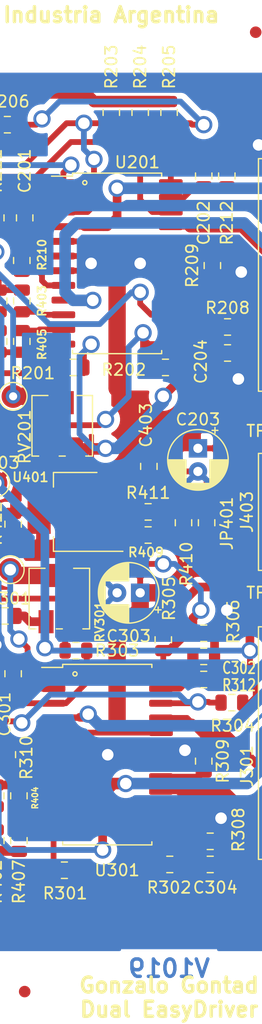
<source format=kicad_pcb>
(kicad_pcb (version 20171130) (host pcbnew "(5.1.4)-1")
  (title_block (title "Replica Dual EasyDriver v4.5") (date 2019-10-26) (company "Gonzalo Gontad - CESE-FIUBA") (comment 1 "Revisores: M. Ribelotta y M. Brignone"))
  (layers (0 F.Cu signal hide) (31 B.Cu signal hide) (34 B.Paste user hide) (35 F.Paste user hide) (36 B.SilkS user hide) (37 F.SilkS user) (38 B.Mask user hide) (39 F.Mask user hide) (44 Edge.Cuts user hide))
  (net 0 "")
  (net 1 GND)
  (net 2 "Net-(C201-Pad1)")
  (net 3 "Net-(C202-Pad1)")
  (net 4 "Net-(C301-Pad1)")
  (net 5 "Net-(C302-Pad1)")
  (net 6 VDD)
  (net 7 VCC)
  (net 8 "Net-(D401-Pad2)")
  (net 9 "/Driver A/DA-O2B")
  (net 10 "/Driver A/DA-O2A")
  (net 11 "/Driver A/DA-O1B")
  (net 12 "/Driver A/DA-O1A")
  (net 13 "/Driver B/DB-O2B")
  (net 14 "/Driver B/DB-O2A")
  (net 15 "/Driver B/DB-O1B")
  (net 16 "/Driver B/DB-O1A")
  (net 17 "/Driver A/DIR-A")
  (net 18 "/Driver A/MS1-A")
  (net 19 "/Driver A/ENA-A")
  (net 20 "/Driver B/MS1-B")
  (net 21 "/Driver B/MS2-B")
  (net 22 "/Driver B/ENA-B")
  (net 23 "/Driver B/RST-B")
  (net 24 "/Driver B/SLEEP-B")
  (net 25 "/Driver B/PFD-B")
  (net 26 "Net-(JP401-Pad1)")
  (net 27 "/Driver A/PFD-A")
  (net 28 "Net-(R207-Pad1)")
  (net 29 "Net-(R209-Pad2)")
  (net 30 "Net-(R210-Pad2)")
  (net 31 "Net-(R307-Pad1)")
  (net 32 "Net-(R309-Pad2)")
  (net 33 "Net-(R310-Pad2)")
  (net 34 "/Driver B/STEP-B")
  (net 35 "/Driver B/DIR-B")
  (net 36 "Net-(R409-Pad1)")
  (net 37 "Net-(RV201-Pad2)")
  (net 38 "Net-(RV301-Pad2)")
  (net 39 "/Driver A/MS2-A")
  (net 40 "/Driver A/RST-A")
  (net 41 "/Driver A/SLEEP-A")
  (net 42 "/Driver A/STEP-A")
  (net 43 "Net-(J401-Pad7)")
  (net 44 "Net-(J401-Pad6)")
  (net 45 "Net-(J402-Pad7)")
  (net 46 "Net-(J402-Pad6)")
  (module Capacitor_SMD:C_0805_2012Metric (layer F.Cu) (at 133.5625 126)
    (fp_text reference C304 (at 0.4375 2) (layer F.SilkS))
    (fp_text value "1uF x 10V")
    (pad 2 smd roundrect (at 0.9375 0) (size 0.975 1.4) (layers F.Cu F.Paste F.Mask) (net 1 GND))
    (pad 1 smd roundrect (at -0.9375 0) (size 0.975 1.4) (layers F.Cu F.Paste F.Mask) (net 7 VCC))
  )
  (module Capacitor_THT:CP_Radial_D5.0mm_P2.00mm (layer F.Cu) (at 127.5 102.5 180)
    (fp_text reference C303 (at 1 -3.75) (layer F.SilkS))
    (fp_text value "47uF x 35V")
    (pad 2 thru_hole circle (at 2 0 180) (size 1.6 1.6) (drill 0.8) (layers *.Cu *.Mask) (net 1 GND))
    (pad 1 thru_hole rect (at 0 0 180) (size 1.6 1.6) (drill 0.8) (layers *.Cu *.Mask) (net 6 VDD))
  )
  (module Capacitor_SMD:C_0805_2012Metric (layer F.Cu) (at 135.0625 81.75)
    (fp_text reference C204 (at -2.3125 0.75 90) (layer F.SilkS))
    (fp_text value "1uF x 10V")
    (pad 2 smd roundrect (at 0.9375 0) (size 0.975 1.4) (layers F.Cu F.Paste F.Mask) (net 1 GND))
    (pad 1 smd roundrect (at -0.9375 0) (size 0.975 1.4) (layers F.Cu F.Paste F.Mask) (net 7 VCC))
  )
  (module Capacitor_THT:CP_Radial_D5.0mm_P2.00mm (layer F.Cu) (at 132.5 90 270)
    (fp_text reference C203 (at -2.5 0 180) (layer F.SilkS))
    (fp_text value "47uF x 35V")
    (pad 2 thru_hole circle (at 2 0 270) (size 1.6 1.6) (drill 0.8) (layers *.Cu *.Mask) (net 1 GND))
    (pad 1 thru_hole rect (at 0 0 270) (size 1.6 1.6) (drill 0.8) (layers *.Cu *.Mask) (net 6 VDD))
  )
  (module Fiducial:Fiducial_1mm_Mask2mm (layer F.Cu) (at 144.75 130)
    (fp_text reference FID103 (at 0 -2) (layer F.SilkS))
    (fp_text value Fiducial)
    (pad "" smd circle (at 0 0) (size 1 1) (layers F.Cu F.Mask) (clearance 0.5))
  )
  (module DCI_TP_Final_GG:SOIC-24W_7.5x15.4mm_P1.27mm (layer F.Cu) (at 124.65 116.5)
    (fp_text reference U301 (at 0.85 10) (layer F.SilkS))
    (fp_text value A3967)
    (pad 24 smd roundrect (at 4.65 -6.985) (size 2.05 0.6) (layers F.Cu F.Paste F.Mask) (net 25 "/Driver B/PFD-B"))
    (pad 23 smd roundrect (at 4.65 -5.715) (size 2.05 0.6) (layers F.Cu F.Paste F.Mask) (net 5 "Net-(C302-Pad1)"))
    (pad 22 smd roundrect (at 4.65 -4.445) (size 2.05 0.6) (layers F.Cu F.Paste F.Mask) (net 23 "/Driver B/RST-B"))
    (pad 21 smd roundrect (at 4.65 -3.175) (size 2.05 0.6) (layers F.Cu F.Paste F.Mask) (net 15 "/Driver B/DB-O1B"))
    (pad 20 smd roundrect (at 4.65 -1.905) (size 2.05 0.6) (layers F.Cu F.Paste F.Mask) (net 6 VDD))
    (pad 19 smd roundrect (at 4.65 -0.635) (size 2.05 0.6) (layers F.Cu F.Paste F.Mask) (net 1 GND))
    (pad 18 smd roundrect (at 4.65 0.635) (size 2.05 0.6) (layers F.Cu F.Paste F.Mask) (net 1 GND))
    (pad 17 smd roundrect (at 4.65 1.905) (size 2.05 0.6) (layers F.Cu F.Paste F.Mask) (net 32 "Net-(R309-Pad2)"))
    (pad 16 smd roundrect (at 4.65 3.175) (size 2.05 0.6) (layers F.Cu F.Paste F.Mask) (net 16 "/Driver B/DB-O1A"))
    (pad 15 smd roundrect (at 4.65 4.445) (size 2.05 0.6) (layers F.Cu F.Paste F.Mask) (net 22 "/Driver B/ENA-B"))
    (pad 14 smd roundrect (at 4.65 5.715) (size 2.05 0.6) (layers F.Cu F.Paste F.Mask) (net 7 VCC))
    (pad 13 smd roundrect (at 4.65 6.985) (size 2.05 0.6) (layers F.Cu F.Paste F.Mask) (net 21 "/Driver B/MS2-B"))
    (pad 12 smd roundrect (at -4.65 6.985) (size 2.05 0.6) (layers F.Cu F.Paste F.Mask) (net 20 "/Driver B/MS1-B"))
    (pad 11 smd roundrect (at -4.65 5.715) (size 2.05 0.6) (layers F.Cu F.Paste F.Mask) (net 35 "/Driver B/DIR-B"))
    (pad 10 smd roundrect (at -4.65 4.445) (size 2.05 0.6) (layers F.Cu F.Paste F.Mask) (net 34 "/Driver B/STEP-B"))
    (pad 9 smd roundrect (at -4.65 3.175) (size 2.05 0.6) (layers F.Cu F.Paste F.Mask) (net 14 "/Driver B/DB-O2A"))
    (pad 8 smd roundrect (at -4.65 1.905) (size 2.05 0.6) (layers F.Cu F.Paste F.Mask) (net 33 "Net-(R310-Pad2)"))
    (pad 7 smd roundrect (at -4.65 0.635) (size 2.05 0.6) (layers F.Cu F.Paste F.Mask) (net 1 GND))
    (pad 6 smd roundrect (at -4.65 -0.635) (size 2.05 0.6) (layers F.Cu F.Paste F.Mask) (net 1 GND))
    (pad 5 smd roundrect (at -4.65 -1.905) (size 2.05 0.6) (layers F.Cu F.Paste F.Mask) (net 6 VDD))
    (pad 4 smd roundrect (at -4.65 -3.175) (size 2.05 0.6) (layers F.Cu F.Paste F.Mask) (net 13 "/Driver B/DB-O2B"))
    (pad 3 smd roundrect (at -4.65 -4.445) (size 2.05 0.6) (layers F.Cu F.Paste F.Mask) (net 24 "/Driver B/SLEEP-B"))
    (pad 2 smd roundrect (at -4.65 -5.715) (size 2.05 0.6) (layers F.Cu F.Paste F.Mask) (net 4 "Net-(C301-Pad1)"))
    (pad 1 smd roundrect (at -4.65 -6.985) (size 2.05 0.6) (layers F.Cu F.Paste F.Mask) (net 38 "Net-(RV301-Pad2)"))
  )
  (module DCI_TP_Final_GG:SOIC-24W_7.5x15.4mm_P1.27mm (layer F.Cu) (at 125.5 74)
    (fp_text reference U201 (at 1.75 -8.75) (layer F.SilkS))
    (fp_text value A3967)
    (pad 24 smd roundrect (at 4.65 -6.985) (size 2.05 0.6) (layers F.Cu F.Paste F.Mask) (net 27 "/Driver A/PFD-A"))
    (pad 23 smd roundrect (at 4.65 -5.715) (size 2.05 0.6) (layers F.Cu F.Paste F.Mask) (net 3 "Net-(C202-Pad1)"))
    (pad 22 smd roundrect (at 4.65 -4.445) (size 2.05 0.6) (layers F.Cu F.Paste F.Mask) (net 40 "/Driver A/RST-A"))
    (pad 21 smd roundrect (at 4.65 -3.175) (size 2.05 0.6) (layers F.Cu F.Paste F.Mask) (net 11 "/Driver A/DA-O1B"))
    (pad 20 smd roundrect (at 4.65 -1.905) (size 2.05 0.6) (layers F.Cu F.Paste F.Mask) (net 6 VDD))
    (pad 19 smd roundrect (at 4.65 -0.635) (size 2.05 0.6) (layers F.Cu F.Paste F.Mask) (net 1 GND))
    (pad 18 smd roundrect (at 4.65 0.635) (size 2.05 0.6) (layers F.Cu F.Paste F.Mask) (net 1 GND))
    (pad 17 smd roundrect (at 4.65 1.905) (size 2.05 0.6) (layers F.Cu F.Paste F.Mask) (net 29 "Net-(R209-Pad2)"))
    (pad 16 smd roundrect (at 4.65 3.175) (size 2.05 0.6) (layers F.Cu F.Paste F.Mask) (net 12 "/Driver A/DA-O1A"))
    (pad 15 smd roundrect (at 4.65 4.445) (size 2.05 0.6) (layers F.Cu F.Paste F.Mask) (net 19 "/Driver A/ENA-A"))
    (pad 14 smd roundrect (at 4.65 5.715) (size 2.05 0.6) (layers F.Cu F.Paste F.Mask) (net 7 VCC))
    (pad 13 smd roundrect (at 4.65 6.985) (size 2.05 0.6) (layers F.Cu F.Paste F.Mask) (net 39 "/Driver A/MS2-A"))
    (pad 12 smd roundrect (at -4.65 6.985) (size 2.05 0.6) (layers F.Cu F.Paste F.Mask) (net 18 "/Driver A/MS1-A"))
    (pad 11 smd roundrect (at -4.65 5.715) (size 2.05 0.6) (layers F.Cu F.Paste F.Mask) (net 17 "/Driver A/DIR-A"))
    (pad 10 smd roundrect (at -4.65 4.445) (size 2.05 0.6) (layers F.Cu F.Paste F.Mask) (net 42 "/Driver A/STEP-A"))
    (pad 9 smd roundrect (at -4.65 3.175) (size 2.05 0.6) (layers F.Cu F.Paste F.Mask) (net 10 "/Driver A/DA-O2A"))
    (pad 8 smd roundrect (at -4.65 1.905) (size 2.05 0.6) (layers F.Cu F.Paste F.Mask) (net 30 "Net-(R210-Pad2)"))
    (pad 7 smd roundrect (at -4.65 0.635) (size 2.05 0.6) (layers F.Cu F.Paste F.Mask) (net 1 GND))
    (pad 6 smd roundrect (at -4.65 -0.635) (size 2.05 0.6) (layers F.Cu F.Paste F.Mask) (net 1 GND))
    (pad 5 smd roundrect (at -4.65 -1.905) (size 2.05 0.6) (layers F.Cu F.Paste F.Mask) (net 6 VDD))
    (pad 4 smd roundrect (at -4.65 -3.175) (size 2.05 0.6) (layers F.Cu F.Paste F.Mask) (net 9 "/Driver A/DA-O2B"))
    (pad 3 smd roundrect (at -4.65 -4.445) (size 2.05 0.6) (layers F.Cu F.Paste F.Mask) (net 41 "/Driver A/SLEEP-A"))
    (pad 2 smd roundrect (at -4.65 -5.715) (size 2.05 0.6) (layers F.Cu F.Paste F.Mask) (net 2 "Net-(C201-Pad1)"))
    (pad 1 smd roundrect (at -4.65 -6.985) (size 2.05 0.6) (layers F.Cu F.Paste F.Mask) (net 37 "Net-(RV201-Pad2)"))
  )
  (module TerminalBlock_Phoenix:TerminalBlock_Phoenix_MKDS-1,5-4_1x04_P5.00mm_Horizontal (layer F.Cu) (at 143 123 90)
    (fp_text reference J301 (at 5.5 -6.26 90) (layer F.SilkS))
    (fp_text value "DRIVER B OUT")
    (pad 4 thru_hole circle (at 15 0 90) (size 2.6 2.6) (drill 1.3) (layers *.Cu *.Mask) (net 13 "/Driver B/DB-O2B"))
    (pad 3 thru_hole circle (at 10 0 90) (size 2.6 2.6) (drill 1.3) (layers *.Cu *.Mask) (net 14 "/Driver B/DB-O2A"))
    (pad 2 thru_hole circle (at 5 0 90) (size 2.6 2.6) (drill 1.3) (layers *.Cu *.Mask) (net 15 "/Driver B/DB-O1B"))
    (pad 1 thru_hole rect (at 0 0 90) (size 2.6 2.6) (drill 1.3) (layers *.Cu *.Mask) (net 16 "/Driver B/DB-O1A"))
  )
  (module TerminalBlock_Phoenix:TerminalBlock_Phoenix_MKDS-1,5-2_1x02_P5.00mm_Horizontal (layer F.Cu) (at 143 98 90)
    (fp_text reference J403 (at 2.5 -6.26 90) (layer F.SilkS))
    (fp_text value Vin)
    (pad 2 thru_hole circle (at 5 0 90) (size 2.6 2.6) (drill 1.3) (layers *.Cu *.Mask) (net 6 VDD))
    (pad 1 thru_hole rect (at 0 0 90) (size 2.6 2.6) (drill 1.3) (layers *.Cu *.Mask) (net 1 GND))
  )
  (module Package_TO_SOT_SMD:SOT-223-3_TabPin2 (layer F.Cu) (at 121.9 95.5 180)
    (fp_text reference U401 (at 3.9 3) (layer F.SilkS) (effects (font (size 0.8 0.8))))
    (fp_text value LM317)
    (pad 1 smd rect (at -3.15 -2.3 180) (size 2 1.5) (layers F.Cu F.Paste F.Mask) (net 36 "Net-(R409-Pad1)"))
    (pad 3 smd rect (at -3.15 2.3 180) (size 2 1.5) (layers F.Cu F.Paste F.Mask) (net 6 VDD))
    (pad 2 smd rect (at -3.15 0 180) (size 2 1.5) (layers F.Cu F.Paste F.Mask) (net 7 VCC))
    (pad 2 smd rect (at 3.15 0 180) (size 2 3.8) (layers F.Cu F.Paste F.Mask) (net 7 VCC))
  )
  (module TestPoint:TestPoint_Pad_D2.0mm (layer F.Cu) (at 115 93)
    (fp_text reference TP403 (at -0.25 -1.75 180) (layer F.SilkS))
    (fp_text value VCC)
    (pad 1 smd circle (at 0 0) (size 2 2) (layers F.Cu F.Mask) (net 7 VCC))
  )
  (module TestPoint:TestPoint_Pad_D2.0mm (layer F.Cu) (at 143 102.5)
    (fp_text reference TP402 (at -4 0) (layer F.SilkS))
    (fp_text value GND)
    (pad 1 smd circle (at 0 0) (size 2 2) (layers F.Cu F.Mask) (net 1 GND))
  )
  (module TestPoint:TestPoint_Pad_D2.0mm (layer F.Cu) (at 143 88.5)
    (fp_text reference TP401 (at -4 0) (layer F.SilkS))
    (fp_text value VDD)
    (pad 1 smd circle (at 0 0) (size 2 2) (layers F.Cu F.Mask) (net 6 VDD))
  )
  (module TestPoint:TestPoint_Pad_D2.0mm (layer F.Cu) (at 116.25 100.5 270)
    (fp_text reference TP301 (at 2.5 0.5 180) (layer F.SilkS))
    (fp_text value "VRef A")
    (pad 1 smd circle (at 0 0 270) (size 2 2) (layers F.Cu F.Mask) (net 38 "Net-(RV301-Pad2)"))
  )
  (module TestPoint:TestPoint_Pad_D2.0mm (layer F.Cu) (at 116.5 85.5 270)
    (fp_text reference TP201 (at -0.25 2 90) (layer F.SilkS))
    (fp_text value "Vref A")
    (pad 1 smd circle (at 0 0 270) (size 2 2) (layers F.Cu F.Mask) (net 37 "Net-(RV201-Pad2)"))
  )
  (module Potentiometer_SMD:Potentiometer_Vishay_TS53YJ_Vertical (layer F.Cu) (at 120.5 103 270)
    (fp_text reference RV301 (at 2 -3.5 90) (layer F.SilkS) (effects (font (size 0.75 0.75))))
    (fp_text value 10k)
    (pad 3 smd rect (at 2 1.15 270) (size 2 1.3) (layers F.Cu F.Paste F.Mask) (net 31 "Net-(R307-Pad1)"))
    (pad 2 smd rect (at -2 0 270) (size 2 2) (layers F.Cu F.Paste F.Mask) (net 38 "Net-(RV301-Pad2)"))
    (pad 1 smd rect (at 2 -1.15 270) (size 2 1.3) (layers F.Cu F.Paste F.Mask) (net 7 VCC))
  )
  (module Potentiometer_SMD:Potentiometer_Vishay_TS53YJ_Vertical (layer F.Cu) (at 120.75 88.05 270)
    (fp_text reference RV201 (at 0.95 3.25 90) (layer F.SilkS))
    (fp_text value 10k)
    (pad 3 smd rect (at 2 1.15 270) (size 2 1.3) (layers F.Cu F.Paste F.Mask) (net 28 "Net-(R207-Pad1)"))
    (pad 2 smd rect (at -2 0 270) (size 2 2) (layers F.Cu F.Paste F.Mask) (net 37 "Net-(RV201-Pad2)"))
    (pad 1 smd rect (at 2 -1.15 270) (size 2 1.3) (layers F.Cu F.Paste F.Mask) (net 7 VCC))
  )
  (module Resistor_SMD:R_0805_2012Metric (layer F.Cu) (at 116.5 96.5625 270)
    (fp_text reference R412 (at -0.0625 1.5 90) (layer F.SilkS))
    (fp_text value 1K)
    (pad 1 smd roundrect (at -0.9375 0 270) (size 0.975 1.4) (layers F.Cu F.Paste F.Mask) (net 7 VCC))
    (pad 2 smd roundrect (at 0.9375 0 270) (size 0.975 1.4) (layers F.Cu F.Paste F.Mask) (net 8 "Net-(D401-Pad2)"))
  )
  (module Resistor_SMD:R_0805_2012Metric (layer F.Cu) (at 128.1875 95.5)
    (fp_text reference R411 (at 0 -1.65) (layer F.SilkS))
    (fp_text value 240)
    (pad 2 smd roundrect (at 0.9375 0) (size 0.975 1.4) (layers F.Cu F.Paste F.Mask) (net 1 GND))
    (pad 1 smd roundrect (at -0.9375 0) (size 0.975 1.4) (layers F.Cu F.Paste F.Mask) (net 7 VCC))
  )
  (module Resistor_SMD:R_0805_2012Metric (layer F.Cu) (at 131.25 96.4375 90)
    (fp_text reference R410 (at -3.5625 0.25 90) (layer F.SilkS))
    (fp_text value 330)
    (pad 2 smd roundrect (at 0.9375 0 90) (size 0.975 1.4) (layers F.Cu F.Paste F.Mask) (net 1 GND))
    (pad 1 smd roundrect (at -0.9375 0 90) (size 0.975 1.4) (layers F.Cu F.Paste F.Mask) (net 26 "Net-(JP401-Pad1)"))
  )
  (module Resistor_SMD:R_0805_2012Metric (layer F.Cu) (at 128.1875 97.5)
    (fp_text reference R409 (at -0.1875 1.5) (layer F.SilkS) (effects (font (size 0.8 0.8))))
    (fp_text value 390)
    (pad 2 smd roundrect (at 0.9375 0) (size 0.975 1.4) (layers F.Cu F.Paste F.Mask) (net 26 "Net-(JP401-Pad1)"))
    (pad 1 smd roundrect (at -0.9375 0) (size 0.975 1.4) (layers F.Cu F.Paste F.Mask) (net 36 "Net-(R409-Pad1)"))
  )
  (module Resistor_SMD:R_0805_2012Metric (layer F.Cu) (at 117 120.0625 90)
    (fp_text reference R408 (at 2.0625 -3.5 90) (layer F.SilkS))
    (fp_text value 1K)
    (pad 2 smd roundrect (at 0.9375 0 90) (size 0.975 1.4) (layers F.Cu F.Paste F.Mask) (net 46 "Net-(J402-Pad6)"))
    (pad 1 smd roundrect (at -0.9375 0 90) (size 0.975 1.4) (layers F.Cu F.Paste F.Mask) (net 34 "/Driver B/STEP-B"))
  )
  (module Resistor_SMD:R_0805_2012Metric (layer F.Cu) (at 117 123.9375 270)
    (fp_text reference R407 (at 3.5625 0 90) (layer F.SilkS))
    (fp_text value 1K)
    (pad 2 smd roundrect (at 0.9375 0 270) (size 0.975 1.4) (layers F.Cu F.Paste F.Mask) (net 45 "Net-(J402-Pad7)"))
    (pad 1 smd roundrect (at -0.9375 0 270) (size 0.975 1.4) (layers F.Cu F.Paste F.Mask) (net 35 "/Driver B/DIR-B"))
  )
  (module Resistor_SMD:R_0805_2012Metric (layer F.Cu) (at 117.25 77.25 90)
    (fp_text reference R406 (at 2.75 -3.75 90) (layer F.SilkS))
    (fp_text value 1K)
    (pad 2 smd roundrect (at 0.9375 0 90) (size 0.975 1.4) (layers F.Cu F.Paste F.Mask) (net 44 "Net-(J401-Pad6)"))
    (pad 1 smd roundrect (at -0.9375 0 90) (size 0.975 1.4) (layers F.Cu F.Paste F.Mask) (net 42 "/Driver A/STEP-A"))
  )
  (module Resistor_SMD:R_0805_2012Metric (layer F.Cu) (at 117.25 80.75 270)
    (fp_text reference R405 (at 0.25 -1.75 90) (layer F.SilkS) (effects (font (size 0.7 0.7))))
    (fp_text value 1K)
    (pad 2 smd roundrect (at 0.9375 0 270) (size 0.975 1.4) (layers F.Cu F.Paste F.Mask) (net 43 "Net-(J401-Pad7)"))
    (pad 1 smd roundrect (at -0.9375 0 270) (size 0.975 1.4) (layers F.Cu F.Paste F.Mask) (net 17 "/Driver A/DIR-A"))
  )
  (module Resistor_SMD:R_0805_2012Metric (layer F.Cu) (at 115 120.0625 270)
    (fp_text reference R404 (at 0.1875 -3.4 90) (layer F.SilkS) (effects (font (size 0.5 0.5) (thickness 0.125))))
    (fp_text value 10K)
    (pad 2 smd roundrect (at 0.9375 0 270) (size 0.975 1.4) (layers F.Cu F.Paste F.Mask) (net 1 GND))
    (pad 1 smd roundrect (at -0.9375 0 270) (size 0.975 1.4) (layers F.Cu F.Paste F.Mask) (net 46 "Net-(J402-Pad6)"))
  )
  (module Resistor_SMD:R_0805_2012Metric (layer F.Cu) (at 115.25 77.25 270)
    (fp_text reference R403 (at 0 -3.75 90) (layer F.SilkS) (effects (font (size 0.7 0.7))))
    (fp_text value 10K)
    (pad 2 smd roundrect (at 0.9375 0 270) (size 0.975 1.4) (layers F.Cu F.Paste F.Mask) (net 1 GND))
    (pad 1 smd roundrect (at -0.9375 0 270) (size 0.975 1.4) (layers F.Cu F.Paste F.Mask) (net 44 "Net-(J401-Pad6)"))
  )
  (module Resistor_SMD:R_0805_2012Metric (layer F.Cu) (at 115 123.9375 90)
    (fp_text reference R402 (at -3.5625 0 90) (layer F.SilkS))
    (fp_text value 10K)
    (pad 2 smd roundrect (at 0.9375 0 90) (size 0.975 1.4) (layers F.Cu F.Paste F.Mask) (net 1 GND))
    (pad 1 smd roundrect (at -0.9375 0 90) (size 0.975 1.4) (layers F.Cu F.Paste F.Mask) (net 45 "Net-(J402-Pad7)"))
  )
  (module Resistor_SMD:R_0805_2012Metric (layer F.Cu) (at 115.25 80.75 90)
    (fp_text reference R401 (at 0 -1.65 90) (layer F.SilkS))
    (fp_text value 10K)
    (pad 2 smd roundrect (at 0.9375 0 90) (size 0.975 1.4) (layers F.Cu F.Paste F.Mask) (net 1 GND))
    (pad 1 smd roundrect (at -0.9375 0 90) (size 0.975 1.4) (layers F.Cu F.Paste F.Mask) (net 43 "Net-(J401-Pad7)"))
  )
  (module Resistor_SMD:R_0805_2012Metric (layer F.Cu) (at 133 110)
    (fp_text reference R312 (at 3.0625 0.5) (layer F.SilkS) (effects (font (size 1 0.75))))
    (fp_text value 20k)
    (pad 2 smd roundrect (at 0.9375 0) (size 0.975 1.4) (layers F.Cu F.Paste F.Mask) (net 1 GND))
    (pad 1 smd roundrect (at -0.9375 0) (size 0.975 1.4) (layers F.Cu F.Paste F.Mask) (net 5 "Net-(C302-Pad1)"))
  )
  (module Resistor_SMD:R_0805_2012Metric (layer F.Cu) (at 114.5 109.5 90)
    (fp_text reference R311 (at -3.5 -0.5 90) (layer F.SilkS))
    (fp_text value 20k)
    (pad 2 smd roundrect (at 0.9375 0 90) (size 0.975 1.4) (layers F.Cu F.Paste F.Mask) (net 1 GND))
    (pad 1 smd roundrect (at -0.9375 0 90) (size 0.975 1.4) (layers F.Cu F.Paste F.Mask) (net 4 "Net-(C301-Pad1)"))
  )
  (module Resistor_SMD:R_0805_2012Metric (layer F.Cu) (at 116 116.5 270)
    (fp_text reference R310 (at 0.25 -1.65 90) (layer F.SilkS))
    (fp_text value 0.75)
    (pad 2 smd roundrect (at 0.9375 0 270) (size 0.975 1.4) (layers F.Cu F.Paste F.Mask) (net 33 "Net-(R310-Pad2)"))
    (pad 1 smd roundrect (at -0.9375 0 270) (size 0.975 1.4) (layers F.Cu F.Paste F.Mask) (net 1 GND))
  )
  (module Resistor_SMD:R_0805_2012Metric (layer F.Cu) (at 133 117.0625 270)
    (fp_text reference R309 (at 0 -1.65 90) (layer F.SilkS))
    (fp_text value 0.75)
    (pad 2 smd roundrect (at 0.9375 0 270) (size 0.975 1.4) (layers F.Cu F.Paste F.Mask) (net 32 "Net-(R309-Pad2)"))
    (pad 1 smd roundrect (at -0.9375 0 270) (size 0.975 1.4) (layers F.Cu F.Paste F.Mask) (net 1 GND))
  )
  (module Resistor_SMD:R_0805_2012Metric (layer F.Cu) (at 133.5625 124)
    (fp_text reference R308 (at 2.4375 -1 90) (layer F.SilkS))
    (fp_text value 10K)
    (pad 2 smd roundrect (at 0.9375 0) (size 0.975 1.4) (layers F.Cu F.Paste F.Mask) (net 1 GND))
    (pad 1 smd roundrect (at -0.9375 0) (size 0.975 1.4) (layers F.Cu F.Paste F.Mask) (net 22 "/Driver B/ENA-B"))
  )
  (module Resistor_SMD:R_0805_2012Metric (layer F.Cu) (at 115.8125 104.5 180)
    (fp_text reference R307 (at 2.3125 -0.5 90) (layer F.SilkS) (effects (font (size 0.8 0.8))))
    (fp_text value 2.4K)
    (pad 2 smd roundrect (at 0.9375 0 180) (size 0.975 1.4) (layers F.Cu F.Paste F.Mask) (net 1 GND))
    (pad 1 smd roundrect (at -0.9375 0 180) (size 0.975 1.4) (layers F.Cu F.Paste F.Mask) (net 31 "Net-(R307-Pad1)"))
  )
  (module Resistor_SMD:R_0805_2012Metric (layer F.Cu) (at 133 106)
    (fp_text reference R306 (at 2.5625 -1 90) (layer F.SilkS))
    (fp_text value 6.8K)
    (pad 2 smd roundrect (at 0.9375 0) (size 0.975 1.4) (layers F.Cu F.Paste F.Mask) (net 1 GND))
    (pad 1 smd roundrect (at -0.9375 0) (size 0.975 1.4) (layers F.Cu F.Paste F.Mask) (net 25 "/Driver B/PFD-B"))
  )
  (module Resistor_SMD:R_0805_2012Metric (layer F.Cu) (at 129.5 106.5625 270)
    (fp_text reference R305 (at -3.5625 -0.5 90) (layer F.SilkS))
    (fp_text value 10k)
    (pad 2 smd roundrect (at 0.9375 0 270) (size 0.975 1.4) (layers F.Cu F.Paste F.Mask) (net 25 "/Driver B/PFD-B"))
    (pad 1 smd roundrect (at -0.9375 0 270) (size 0.975 1.4) (layers F.Cu F.Paste F.Mask) (net 7 VCC))
  )
  (module Resistor_SMD:R_0805_2012Metric (layer F.Cu) (at 135.4375 112)
    (fp_text reference R304 (at 0.0625 2) (layer F.SilkS))
    (fp_text value 10K)
    (pad 2 smd roundrect (at 0.9375 0) (size 0.975 1.4) (layers F.Cu F.Paste F.Mask) (net 7 VCC))
    (pad 1 smd roundrect (at -0.9375 0) (size 0.975 1.4) (layers F.Cu F.Paste F.Mask) (net 23 "/Driver B/RST-B"))
  )
  (module Resistor_SMD:R_0805_2012Metric (layer F.Cu) (at 121.9375 107.5 180)
    (fp_text reference R303 (at -3.5625 0) (layer F.SilkS))
    (fp_text value 10K)
    (pad 2 smd roundrect (at 0.9375 0 180) (size 0.975 1.4) (layers F.Cu F.Paste F.Mask) (net 7 VCC))
    (pad 1 smd roundrect (at -0.9375 0 180) (size 0.975 1.4) (layers F.Cu F.Paste F.Mask) (net 24 "/Driver B/SLEEP-B"))
  )
  (module Resistor_SMD:R_0805_2012Metric (layer F.Cu) (at 130.0625 126)
    (fp_text reference R302 (at -0.0625 2) (layer F.SilkS))
    (fp_text value 10K)
    (pad 2 smd roundrect (at 0.9375 0) (size 0.975 1.4) (layers F.Cu F.Paste F.Mask) (net 7 VCC))
    (pad 1 smd roundrect (at -0.9375 0) (size 0.975 1.4) (layers F.Cu F.Paste F.Mask) (net 21 "/Driver B/MS2-B"))
  )
  (module Resistor_SMD:R_0805_2012Metric (layer F.Cu) (at 120.9375 126.5)
    (fp_text reference R301 (at 0.0625 2) (layer F.SilkS))
    (fp_text value 10K)
    (pad 2 smd roundrect (at 0.9375 0) (size 0.975 1.4) (layers F.Cu F.Paste F.Mask) (net 7 VCC))
    (pad 1 smd roundrect (at -0.9375 0) (size 0.975 1.4) (layers F.Cu F.Paste F.Mask) (net 20 "/Driver B/MS1-B"))
  )
  (module Resistor_SMD:R_0805_2012Metric (layer F.Cu) (at 135 66.4375 90)
    (fp_text reference R212 (at -4.0625 0 90) (layer F.SilkS))
    (fp_text value 20k)
    (pad 2 smd roundrect (at 0.9375 0 90) (size 0.975 1.4) (layers F.Cu F.Paste F.Mask) (net 1 GND))
    (pad 1 smd roundrect (at -0.9375 0 90) (size 0.975 1.4) (layers F.Cu F.Paste F.Mask) (net 3 "Net-(C202-Pad1)"))
  )
  (module Resistor_SMD:R_0805_2012Metric (layer F.Cu) (at 115 70.0625 270)
    (fp_text reference R211 (at -4.0625 0 90) (layer F.SilkS))
    (fp_text value 20k)
    (pad 2 smd roundrect (at 0.9375 0 270) (size 0.975 1.4) (layers F.Cu F.Paste F.Mask) (net 1 GND))
    (pad 1 smd roundrect (at -0.9375 0 270) (size 0.975 1.4) (layers F.Cu F.Paste F.Mask) (net 2 "Net-(C201-Pad1)"))
  )
  (module Resistor_SMD:R_0805_2012Metric (layer F.Cu) (at 117.25 73.75 270)
    (fp_text reference R210 (at -0.5 -1.75 90) (layer F.SilkS) (effects (font (size 0.7 0.7))))
    (fp_text value 0.75)
    (pad 2 smd roundrect (at 0.9375 0 270) (size 0.975 1.4) (layers F.Cu F.Paste F.Mask) (net 30 "Net-(R210-Pad2)"))
    (pad 1 smd roundrect (at -0.9375 0 270) (size 0.975 1.4) (layers F.Cu F.Paste F.Mask) (net 1 GND))
  )
  (module Resistor_SMD:R_0805_2012Metric (layer F.Cu) (at 133.75 74.1875 270)
    (fp_text reference R209 (at 0 1.75 90) (layer F.SilkS))
    (fp_text value 0.75)
    (pad 2 smd roundrect (at 0.9375 0 270) (size 0.975 1.4) (layers F.Cu F.Paste F.Mask) (net 29 "Net-(R209-Pad2)"))
    (pad 1 smd roundrect (at -0.9375 0 270) (size 0.975 1.4) (layers F.Cu F.Paste F.Mask) (net 1 GND))
  )
  (module Resistor_SMD:R_0805_2012Metric (layer F.Cu) (at 135.0625 79.5)
    (fp_text reference R208 (at 0 -1.65) (layer F.SilkS))
    (fp_text value 10K)
    (pad 2 smd roundrect (at 0.9375 0) (size 0.975 1.4) (layers F.Cu F.Paste F.Mask) (net 1 GND))
    (pad 1 smd roundrect (at -0.9375 0) (size 0.975 1.4) (layers F.Cu F.Paste F.Mask) (net 19 "/Driver A/ENA-A"))
  )
  (module Resistor_SMD:R_0805_2012Metric (layer F.Cu) (at 114.4375 89.5 180)
    (fp_text reference R207 (at 3.1875 1.5) (layer F.SilkS))
    (fp_text value 2.4K)
    (pad 2 smd roundrect (at 0.9375 0 180) (size 0.975 1.4) (layers F.Cu F.Paste F.Mask) (net 1 GND))
    (pad 1 smd roundrect (at -0.9375 0 180) (size 0.975 1.4) (layers F.Cu F.Paste F.Mask) (net 28 "Net-(R207-Pad1)"))
  )
  (module Resistor_SMD:R_0805_2012Metric (layer F.Cu) (at 116 62 180)
    (fp_text reference R206 (at 0 2) (layer F.SilkS))
    (fp_text value 6.8K)
    (pad 2 smd roundrect (at 0.9375 0 180) (size 0.975 1.4) (layers F.Cu F.Paste F.Mask) (net 1 GND))
    (pad 1 smd roundrect (at -0.9375 0 180) (size 0.975 1.4) (layers F.Cu F.Paste F.Mask) (net 27 "/Driver A/PFD-A"))
  )
  (module Resistor_SMD:R_0805_2012Metric (layer F.Cu) (at 130 60.9375 270)
    (fp_text reference R205 (at -3.9375 0 90) (layer F.SilkS))
    (fp_text value 10k)
    (pad 2 smd roundrect (at 0.9375 0 270) (size 0.975 1.4) (layers F.Cu F.Paste F.Mask) (net 27 "/Driver A/PFD-A"))
    (pad 1 smd roundrect (at -0.9375 0 270) (size 0.975 1.4) (layers F.Cu F.Paste F.Mask) (net 7 VCC))
  )
  (module Resistor_SMD:R_0805_2012Metric (layer F.Cu) (at 127.5 60.9375 90)
    (fp_text reference R204 (at 3.9375 0 90) (layer F.SilkS))
    (fp_text value 10K)
    (pad 2 smd roundrect (at 0.9375 0 90) (size 0.975 1.4) (layers F.Cu F.Paste F.Mask) (net 7 VCC))
    (pad 1 smd roundrect (at -0.9375 0 90) (size 0.975 1.4) (layers F.Cu F.Paste F.Mask) (net 40 "/Driver A/RST-A"))
  )
  (module Resistor_SMD:R_0805_2012Metric (layer F.Cu) (at 125 60.9375 90)
    (fp_text reference R203 (at 3.9375 0 90) (layer F.SilkS))
    (fp_text value 10K)
    (pad 2 smd roundrect (at 0.9375 0 90) (size 0.975 1.4) (layers F.Cu F.Paste F.Mask) (net 7 VCC))
    (pad 1 smd roundrect (at -0.9375 0 90) (size 0.975 1.4) (layers F.Cu F.Paste F.Mask) (net 41 "/Driver A/SLEEP-A"))
  )
  (module Resistor_SMD:R_0805_2012Metric (layer F.Cu) (at 129.6875 83)
    (fp_text reference R202 (at -3.6 0.2) (layer F.SilkS))
    (fp_text value 10K)
    (pad 1 smd roundrect (at -0.9375 0) (size 0.975 1.4) (layers F.Cu F.Paste F.Mask) (net 39 "/Driver A/MS2-A"))
    (pad 2 smd roundrect (at 0.9375 0) (size 0.975 1.4) (layers F.Cu F.Paste F.Mask) (net 7 VCC))
  )
  (module Resistor_SMD:R_0805_2012Metric (layer F.Cu) (at 121.6875 83)
    (fp_text reference R201 (at -3.4875 0.5) (layer F.SilkS))
    (fp_text value 10K)
    (pad 1 smd roundrect (at -0.9375 0) (size 0.975 1.4) (layers F.Cu F.Paste F.Mask) (net 18 "/Driver A/MS1-A"))
    (pad 2 smd roundrect (at 0.9375 0) (size 0.975 1.4) (layers F.Cu F.Paste F.Mask) (net 7 VCC))
  )
  (module Resistor_SMD:R_0805_2012Metric (layer F.Cu) (at 133.25 96.4375 90)
    (fp_text reference JP401 (at -0.0625 1.75 90) (layer F.SilkS))
    (fp_text value Jumper)
    (pad 2 smd roundrect (at 0.9375 0 90) (size 0.975 1.4) (layers F.Cu F.Paste F.Mask) (net 1 GND))
    (pad 1 smd roundrect (at -0.9375 0 90) (size 0.975 1.4) (layers F.Cu F.Paste F.Mask) (net 26 "Net-(JP401-Pad1)"))
  )
  (module Connector_PinHeader_2.54mm:PinHeader_1x02_P2.54mm_Vertical (layer F.Cu) (at 111 93)
    (fp_text reference J404 (at -2.5 1.75 90) (layer F.SilkS))
    (fp_text value Vout)
    (pad 2 thru_hole oval (at 0 2.54) (size 1.7 1.7) (drill 1) (layers *.Cu *.Mask) (net 1 GND))
    (pad 1 thru_hole rect (at 0 0) (size 1.7 1.7) (drill 1) (layers *.Cu *.Mask) (net 7 VCC))
  )
  (module Connector_PinHeader_2.54mm:PinHeader_1x10_P2.54mm_Vertical (layer F.Cu) (at 111 106)
    (fp_text reference J402 (at -2.5 0.75 90) (layer F.SilkS))
    (fp_text value "IN - Driver B")
    (pad 10 thru_hole oval (at 0 22.86) (size 1.7 1.7) (drill 1) (layers *.Cu *.Mask) (net 7 VCC))
    (pad 9 thru_hole oval (at 0 20.32) (size 1.7 1.7) (drill 1) (layers *.Cu *.Mask) (net 21 "/Driver B/MS2-B"))
    (pad 8 thru_hole oval (at 0 17.78) (size 1.7 1.7) (drill 1) (layers *.Cu *.Mask) (net 20 "/Driver B/MS1-B"))
    (pad 7 thru_hole oval (at 0 15.24) (size 1.7 1.7) (drill 1) (layers *.Cu *.Mask) (net 45 "Net-(J402-Pad7)"))
    (pad 6 thru_hole oval (at 0 12.7) (size 1.7 1.7) (drill 1) (layers *.Cu *.Mask) (net 46 "Net-(J402-Pad6)"))
    (pad 5 thru_hole oval (at 0 10.16) (size 1.7 1.7) (drill 1) (layers *.Cu *.Mask) (net 22 "/Driver B/ENA-B"))
    (pad 4 thru_hole oval (at 0 7.62) (size 1.7 1.7) (drill 1) (layers *.Cu *.Mask) (net 23 "/Driver B/RST-B"))
    (pad 3 thru_hole oval (at 0 5.08) (size 1.7 1.7) (drill 1) (layers *.Cu *.Mask) (net 24 "/Driver B/SLEEP-B"))
    (pad 2 thru_hole oval (at 0 2.54) (size 1.7 1.7) (drill 1) (layers *.Cu *.Mask) (net 25 "/Driver B/PFD-B"))
    (pad 1 thru_hole rect (at 0 0) (size 1.7 1.7) (drill 1) (layers *.Cu *.Mask) (net 1 GND))
  )
  (module Connector_PinHeader_2.54mm:PinHeader_1x10_P2.54mm_Vertical (layer F.Cu) (at 111 62.14)
    (fp_text reference J401 (at 0 -2.33) (layer F.SilkS))
    (fp_text value "IN - Driver A ")
    (pad 10 thru_hole oval (at 0 22.86) (size 1.7 1.7) (drill 1) (layers *.Cu *.Mask) (net 7 VCC))
    (pad 9 thru_hole oval (at 0 20.32) (size 1.7 1.7) (drill 1) (layers *.Cu *.Mask) (net 39 "/Driver A/MS2-A"))
    (pad 8 thru_hole oval (at 0 17.78) (size 1.7 1.7) (drill 1) (layers *.Cu *.Mask) (net 18 "/Driver A/MS1-A"))
    (pad 7 thru_hole oval (at 0 15.24) (size 1.7 1.7) (drill 1) (layers *.Cu *.Mask) (net 43 "Net-(J401-Pad7)"))
    (pad 6 thru_hole oval (at 0 12.7) (size 1.7 1.7) (drill 1) (layers *.Cu *.Mask) (net 44 "Net-(J401-Pad6)"))
    (pad 5 thru_hole oval (at 0 10.16) (size 1.7 1.7) (drill 1) (layers *.Cu *.Mask) (net 19 "/Driver A/ENA-A"))
    (pad 4 thru_hole oval (at 0 7.62) (size 1.7 1.7) (drill 1) (layers *.Cu *.Mask) (net 40 "/Driver A/RST-A"))
    (pad 3 thru_hole oval (at 0 5.08) (size 1.7 1.7) (drill 1) (layers *.Cu *.Mask) (net 41 "/Driver A/SLEEP-A"))
    (pad 2 thru_hole oval (at 0 2.54) (size 1.7 1.7) (drill 1) (layers *.Cu *.Mask) (net 27 "/Driver A/PFD-A"))
    (pad 1 thru_hole rect (at 0 0) (size 1.7 1.7) (drill 1) (layers *.Cu *.Mask) (net 1 GND))
  )
  (module TerminalBlock_Phoenix:TerminalBlock_Phoenix_MKDS-1,5-4_1x04_P5.00mm_Horizontal (layer F.Cu) (at 143 82.5 90)
    (fp_text reference J201 (at 18.5 -0.5 180) (layer F.SilkS))
    (fp_text value "DRIVER A OUT")
    (pad 4 thru_hole circle (at 15 0 90) (size 2.6 2.6) (drill 1.3) (layers *.Cu *.Mask) (net 9 "/Driver A/DA-O2B"))
    (pad 3 thru_hole circle (at 10 0 90) (size 2.6 2.6) (drill 1.3) (layers *.Cu *.Mask) (net 10 "/Driver A/DA-O2A"))
    (pad 2 thru_hole circle (at 5 0 90) (size 2.6 2.6) (drill 1.3) (layers *.Cu *.Mask) (net 11 "/Driver A/DA-O1B"))
    (pad 1 thru_hole rect (at 0 0 90) (size 2.6 2.6) (drill 1.3) (layers *.Cu *.Mask) (net 12 "/Driver A/DA-O1A"))
  )
  (module MountingHole:MountingHole_3mm (layer F.Cu) (at 110 54)
    (fp_text reference H104 hide)
    (fp_text value MountingHole)
    (pad 1 np_thru_hole circle (at 0 0) (size 3 3) (drill 3) (layers *.Cu *.Mask))
  )
  (module MountingHole:MountingHole_3mm (layer F.Cu) (at 145 137)
    (fp_text reference H103 hide)
    (fp_text value MountingHole)
    (pad 1 np_thru_hole circle (at 0 0) (size 3 3) (drill 3) (layers *.Cu *.Mask))
  )
  (module MountingHole:MountingHole_3mm (layer F.Cu) (at 145 54)
    (fp_text reference H102 hide)
    (fp_text value MountingHole)
    (pad 1 np_thru_hole circle (at 0 0) (size 3 3) (drill 3) (layers *.Cu *.Mask))
  )
  (module MountingHole:MountingHole_3mm (layer F.Cu) (at 110 137)
    (fp_text reference H101 hide)
    (fp_text value MountingHole)
    (pad 1 np_thru_hole circle (at 0 0) (size 3 3) (drill 3) (layers *.Cu *.Mask))
  )
  (module Fiducial:Fiducial_1mm_Mask2mm (layer F.Cu) (at 137.5 54)
    (fp_text reference FID102 hide)
    (fp_text value Fiducial)
    (pad "" smd circle (at 0 0) (size 1 1) (layers F.Cu F.Mask) (clearance 0.5))
  )
  (module Fiducial:Fiducial_1mm_Mask2mm (layer F.Cu) (at 117.5 137)
    (fp_text reference FID101 hide)
    (fp_text value Fiducial)
    (pad "" smd circle (at 0 0) (size 1 1) (layers F.Cu F.Mask) (clearance 0.5))
  )
  (module LED_THT:LED_D3.0mm (layer F.Cu) (at 110.46 100)
    (fp_text reference D401 (at -1.96 0 90) (layer F.SilkS))
    (fp_text value LED)
    (pad 2 thru_hole circle (at 2.54 0) (size 1.8 1.8) (drill 0.9) (layers *.Cu *.Mask) (net 8 "Net-(D401-Pad2)"))
    (pad 1 thru_hole rect (at 0 0) (size 1.8 1.8) (drill 0.9) (layers *.Cu *.Mask) (net 1 GND))
  )
  (module Capacitor_SMD:C_0805_2012Metric (layer F.Cu) (at 128.25 91.5625 90)
    (fp_text reference C403 (at 3.5625 -0.25 90) (layer F.SilkS))
    (fp_text value "100nF x 35v")
    (pad 2 smd roundrect (at 0.9375 0 90) (size 0.975 1.4) (layers F.Cu F.Paste F.Mask) (net 1 GND))
    (pad 1 smd roundrect (at -0.9375 0 90) (size 0.975 1.4) (layers F.Cu F.Paste F.Mask) (net 6 VDD))
  )
  (module Capacitor_SMD:C_0805_2012Metric (layer F.Cu) (at 133 108)
    (fp_text reference C302 (at 3.0625 1) (layer F.SilkS) (effects (font (size 1 0.75))))
    (fp_text value "680pF x 50v")
    (pad 2 smd roundrect (at 0.9375 0) (size 0.975 1.4) (layers F.Cu F.Paste F.Mask) (net 1 GND))
    (pad 1 smd roundrect (at -0.9375 0) (size 0.975 1.4) (layers F.Cu F.Paste F.Mask) (net 5 "Net-(C302-Pad1)"))
  )
  (module Capacitor_SMD:C_0805_2012Metric (layer F.Cu) (at 116.5 109.5 90)
    (fp_text reference C301 (at -3.5 -0.75 90) (layer F.SilkS))
    (fp_text value "680pF x 50v")
    (pad 2 smd roundrect (at 0.9375 0 90) (size 0.975 1.4) (layers F.Cu F.Paste F.Mask) (net 1 GND))
    (pad 1 smd roundrect (at -0.9375 0 90) (size 0.975 1.4) (layers F.Cu F.Paste F.Mask) (net 4 "Net-(C301-Pad1)"))
  )
  (module Capacitor_SMD:C_0805_2012Metric (layer F.Cu) (at 133 66.4375 90)
    (fp_text reference C202 (at -4.0625 0 90) (layer F.SilkS))
    (fp_text value "680pF x 50v")
    (pad 2 smd roundrect (at 0.9375 0 90) (size 0.975 1.4) (layers F.Cu F.Paste F.Mask) (net 1 GND))
    (pad 1 smd roundrect (at -0.9375 0 90) (size 0.975 1.4) (layers F.Cu F.Paste F.Mask) (net 3 "Net-(C202-Pad1)"))
  )
  (module Capacitor_SMD:C_0805_2012Metric (layer F.Cu) (at 117.5 70.0625 270)
    (fp_text reference C201 (at -4.0625 0 90) (layer F.SilkS))
    (fp_text value "680pF x 50v")
    (pad 2 smd roundrect (at 0.9375 0 270) (size 0.975 1.4) (layers F.Cu F.Paste F.Mask) (net 1 GND))
    (pad 1 smd roundrect (at -0.9375 0 270) (size 0.975 1.4) (layers F.Cu F.Paste F.Mask) (net 2 "Net-(C201-Pad1)"))
  )
  (gr_text V1019 (at 130 135) (layer B.Cu) (effects (font (size 1.5 1.5) (thickness 0.3)) (justify mirror)))
  (gr_text "Gonzalo Gontad\nDual EasyDriver" (at 130 137.5) (layer F.SilkS) (effects (font (size 1.3 1.3) (thickness 0.3))))
  (gr_text "Industria Argentina" (at 125 52.5) (layer F.SilkS) (effects (font (size 1.3 1.3) (thickness 0.3))))
  (gr_line (start 106.5 50.5) (end 106.5 140.5) (layer Edge.Cuts) (width 0.05))
  (gr_line (start 148.5 50.5) (end 106.5 50.5) (layer Edge.Cuts) (width 0.05))
  (gr_line (start 148.5 140.5) (end 148.5 50.5) (layer Edge.Cuts) (width 0.05))
  (gr_line (start 106.5 140.5) (end 148.5 140.5) (layer Edge.Cuts) (width 0.05))
  (segment (start 115 121) (end 115 123) (width 1) (layer F.Cu) (net 1))
  (segment (start 134.5 124) (end 134.5 126) (width 0.75) (layer F.Cu) (net 1))
  (segment (start 133 116.125) (end 131.375 116.125) (width 0.75) (layer F.Cu) (net 1))
  (segment (start 131.375 116.125) (end 131.06 115.81) (width 0.75) (layer F.Cu) (net 1))
  (via (at 135 104) (size 1.5) (drill 1) (layers F.Cu B.Cu) (net 1))
  (via (at 113.5 120.5) (size 1.3) (drill 0.8) (layers F.Cu B.Cu) (net 1))
  (segment (start 115 121) (end 114 121) (width 0.5) (layer F.Cu) (net 1))
  (segment (start 114 121) (end 113.5 120.5) (width 0.5) (layer F.Cu) (net 1))
  (segment (start 124.69 115.81) (end 124.69 116.51) (width 0.5) (layer F.Cu) (net 1))
  (segment (start 124.69 116.85) (end 124.92 117.08) (width 0.5) (layer F.Cu) (net 1))
  (segment (start 131.375 116.125) (end 131.375 116.125) (width 0.75) (layer F.Cu) (net 1))
  (via (at 131.375 116.125) (size 1.5) (drill 1) (layers F.Cu B.Cu) (net 1))
  (segment (start 124.69 116.51) (end 124.69 116.85) (width 0.5) (layer F.Cu) (net 1))
  (via (at 124.69 116.51) (size 2) (drill 1) (layers F.Cu B.Cu) (net 1))
  (via (at 114.25 115.5) (size 1.5) (drill 1) (layers F.Cu B.Cu) (net 1))
  (segment (start 115.3125 115.5625) (end 115.25 115.5) (width 0.5) (layer F.Cu) (net 1))
  (segment (start 116 115.5625) (end 114.3125 115.5625) (width 0.5) (layer F.Cu) (net 1))
  (segment (start 116.475 108.5375) (end 116.5 108.5625) (width 0.5) (layer F.Cu) (net 1))
  (segment (start 134.5 124) (end 134.5 123.2) (width 0.75) (layer F.Cu) (net 1))
  (via (at 134.5 122) (size 1.5) (drill 1) (layers F.Cu B.Cu) (net 1))
  (segment (start 134.5 123.2) (end 134.5 122) (width 0.75) (layer F.Cu) (net 1))
  (via (at 115 107) (size 1.5) (drill 1) (layers F.Cu B.Cu) (net 1))
  (segment (start 116.5 108.5625) (end 114.5 108.5625) (width 0.5) (layer F.Cu) (net 1))
  (segment (start 143 98) (end 143 102.5) (width 0.75) (layer F.Cu) (net 1))
  (segment (start 133.25 95.5) (end 131.25 95.5) (width 0.75) (layer F.Cu) (net 1))
  (segment (start 131.25 95.5) (end 129.125 95.5) (width 0.75) (layer F.Cu) (net 1))
  (segment (start 120.85 73.365) (end 123.115 73.365) (width 0.5) (layer F.Cu) (net 1))
  (segment (start 123.115 73.365) (end 123.25 73.5) (width 0.5) (layer F.Cu) (net 1))
  (segment (start 123.115 74.635) (end 120.85 74.635) (width 0.5) (layer F.Cu) (net 1))
  (segment (start 123.25 74.5) (end 123.115 74.635) (width 0.5) (layer F.Cu) (net 1))
  (segment (start 130.15 73.365) (end 127.615 73.365) (width 0.5) (layer F.Cu) (net 1))
  (segment (start 127.615 73.365) (end 127.5 73.48) (width 0.5) (layer F.Cu) (net 1))
  (segment (start 130.15 74.635) (end 127.615 74.635) (width 0.5) (layer F.Cu) (net 1))
  (segment (start 127.615 74.635) (end 127.5 74.52) (width 0.5) (layer F.Cu) (net 1))
  (via (at 127.5 74) (size 1.5) (drill 1) (layers F.Cu B.Cu) (net 1))
  (segment (start 127.5 74) (end 127.5 73.48) (width 0.5) (layer F.Cu) (net 1))
  (segment (start 127.5 74.52) (end 127.5 74) (width 0.5) (layer F.Cu) (net 1))
  (via (at 123.25 74) (size 1.5) (drill 1) (layers F.Cu B.Cu) (net 1))
  (segment (start 123.25 74) (end 123.25 74.5) (width 0.5) (layer F.Cu) (net 1))
  (segment (start 123.25 73.5) (end 123.25 74) (width 0.5) (layer F.Cu) (net 1))
  (segment (start 120.85 73.365) (end 119.115 73.365) (width 0.5) (layer F.Cu) (net 1))
  (segment (start 119.115 73.365) (end 118.5625 72.8125) (width 0.5) (layer F.Cu) (net 1))
  (segment (start 115.25 78.1875) (end 115.25 79.8125) (width 0.5) (layer F.Cu) (net 1))
  (segment (start 115.25 78.1875) (end 115.25 78.135048) (width 0.5) (layer F.Cu) (net 1))
  (via (at 113.5 77.5) (size 1.5) (drill 1) (layers F.Cu B.Cu) (net 1))
  (segment (start 115.25 78.1875) (end 114.6875 78.1875) (width 0.5) (layer F.Cu) (net 1))
  (segment (start 133.75 73.25) (end 132.5 73.25) (width 0.5) (layer F.Cu) (net 1))
  (segment (start 132.385 73.365) (end 130.15 73.365) (width 0.5) (layer F.Cu) (net 1))
  (segment (start 132.5 73.25) (end 132.385 73.365) (width 0.5) (layer F.Cu) (net 1))
  (segment (start 133.25 92.75) (end 132.5 92) (width 0.5) (layer F.Cu) (net 1))
  (segment (start 133.25 95.5) (end 133.25 92.75) (width 0.5) (layer F.Cu) (net 1))
  (segment (start 129.625 90.625) (end 128.25 90.625) (width 0.5) (layer F.Cu) (net 1))
  (segment (start 132.5 92) (end 131 92) (width 0.5) (layer F.Cu) (net 1))
  (segment (start 131 92) (end 129.625 90.625) (width 0.5) (layer F.Cu) (net 1))
  (segment (start 117.5 71) (end 115 71) (width 0.5) (layer F.Cu) (net 1))
  (segment (start 111 62.14) (end 112.86 62.14) (width 1) (layer F.Cu) (net 1))
  (segment (start 113 62) (end 115.0625 62) (width 1) (layer F.Cu) (net 1))
  (segment (start 112.86 62.14) (end 113 62) (width 1) (layer F.Cu) (net 1))
  (via (at 111.75 89.25) (size 1.5) (drill 1) (layers F.Cu B.Cu) (net 1))
  (via (at 136.25 74.75) (size 1.5) (drill 1) (layers F.Cu B.Cu) (net 1))
  (segment (start 133.75 73.25) (end 134.75 73.25) (width 0.5) (layer F.Cu) (net 1))
  (segment (start 134.75 73.25) (end 136.25 74.75) (width 0.5) (layer F.Cu) (net 1))
  (via (at 136 84) (size 1.5) (drill 1) (layers F.Cu B.Cu) (net 1))
  (segment (start 135 64.9125) (end 136.1625 63.75) (width 1) (layer F.Cu) (net 1))
  (segment (start 135 65.5) (end 135 64.9125) (width 1) (layer F.Cu) (net 1))
  (via (at 137.75 63.75) (size 1.5) (drill 1) (layers F.Cu B.Cu) (net 1))
  (segment (start 136.1625 63.75) (end 137.75 63.75) (width 1) (layer F.Cu) (net 1))
  (segment (start 133 65.5) (end 135 65.5) (width 0.5) (layer F.Cu) (net 1))
  (segment (start 114.875 106.875) (end 115 107) (width 0.75) (layer F.Cu) (net 1))
  (segment (start 114.875 105.25) (end 114.875 106.875) (width 0.75) (layer F.Cu) (net 1))
  (segment (start 114.5 108.5625) (end 114.5 108) (width 0.75) (layer F.Cu) (net 1))
  (segment (start 115 107) (end 115 107.5) (width 0.75) (layer F.Cu) (net 1))
  (segment (start 115 107.5) (end 114.5 108) (width 0.75) (layer F.Cu) (net 1))
  (segment (start 114.1875 78.1875) (end 115.25 78.1875) (width 0.5) (layer F.Cu) (net 1))
  (segment (start 113.5 77.5) (end 114.1875 78.1875) (width 0.5) (layer F.Cu) (net 1))
  (segment (start 136 81.5) (end 136 79.5) (width 0.5) (layer F.Cu) (net 1))
  (segment (start 117.25 72) (end 117.25 72.8125) (width 0.5) (layer F.Cu) (net 1))
  (segment (start 117.5 71) (end 117.5 71.75) (width 0.5) (layer F.Cu) (net 1))
  (segment (start 117.5 71.75) (end 117.25 72) (width 0.5) (layer F.Cu) (net 1))
  (segment (start 117.25 72.8125) (end 118.5625 72.8125) (width 0.5) (layer F.Cu) (net 1))
  (segment (start 112 89.5) (end 111.75 89.25) (width 0.75) (layer F.Cu) (net 1))
  (segment (start 113.5 89.5) (end 112 89.5) (width 0.75) (layer F.Cu) (net 1))
  (segment (start 134.875 104.125) (end 135 104) (width 0.75) (layer F.Cu) (net 1))
  (segment (start 114.875 105.25) (end 114.875 104.5) (width 0.75) (layer F.Cu) (net 1))
  (segment (start 133.9375 108) (end 133.9375 110) (width 0.5) (layer F.Cu) (net 1))
  (segment (start 136 82) (end 136 84) (width 0.5) (layer F.Cu) (net 1))
  (segment (start 133.9375 108) (end 133.9375 106) (width 0.75) (layer F.Cu) (net 1))
  (segment (start 133.9375 106) (end 134.75 106) (width 0.75) (layer F.Cu) (net 1))
  (segment (start 135 105.75) (end 135 104) (width 0.75) (layer F.Cu) (net 1))
  (segment (start 134.75 106) (end 135 105.75) (width 0.75) (layer F.Cu) (net 1))
  (segment (start 125.335 115.865) (end 124.69 116.51) (width 0.5) (layer F.Cu) (net 1))
  (segment (start 129.3 115.865) (end 125.335 115.865) (width 0.5) (layer F.Cu) (net 1))
  (segment (start 124.045 115.865) (end 124.69 116.51) (width 0.5) (layer F.Cu) (net 1))
  (segment (start 120 115.865) (end 124.045 115.865) (width 0.5) (layer F.Cu) (net 1))
  (segment (start 124.065 117.135) (end 124.69 116.51) (width 0.5) (layer F.Cu) (net 1))
  (segment (start 120 117.135) (end 124.065 117.135) (width 0.5) (layer F.Cu) (net 1))
  (segment (start 125.315 117.135) (end 124.69 116.51) (width 0.5) (layer F.Cu) (net 1))
  (segment (start 129.3 117.135) (end 125.315 117.135) (width 0.5) (layer F.Cu) (net 1))
  (segment (start 131.115 115.865) (end 131.375 116.125) (width 0.5) (layer F.Cu) (net 1))
  (segment (start 129.3 115.865) (end 131.115 115.865) (width 0.5) (layer F.Cu) (net 1))
  (segment (start 118.365 115.865) (end 120 115.865) (width 0.5) (layer F.Cu) (net 1))
  (segment (start 116 115.5625) (end 118.0625 115.5625) (width 0.5) (layer F.Cu) (net 1))
  (segment (start 118.0625 115.5625) (end 118.365 115.865) (width 0.5) (layer F.Cu) (net 1))
  (segment (start 115 69.125) (end 117.5 69.125) (width 0.5) (layer F.Cu) (net 2))
  (segment (start 117.5 69.125) (end 117.5 68.5) (width 0.5) (layer F.Cu) (net 2))
  (segment (start 117.715 68.285) (end 120.85 68.285) (width 0.5) (layer F.Cu) (net 2))
  (segment (start 117.5 68.5) (end 117.715 68.285) (width 0.5) (layer F.Cu) (net 2))
  (segment (start 135 67.375) (end 133 67.375) (width 0.5) (layer F.Cu) (net 3))
  (segment (start 131.275 68.285) (end 130.15 68.285) (width 0.5) (layer F.Cu) (net 3))
  (segment (start 131.29 68.285) (end 131.275 68.285) (width 0.5) (layer F.Cu) (net 3))
  (segment (start 132.2 67.375) (end 131.29 68.285) (width 0.5) (layer F.Cu) (net 3))
  (segment (start 133 67.375) (end 132.2 67.375) (width 0.5) (layer F.Cu) (net 3))
  (segment (start 114.5 110.4375) (end 116.5 110.4375) (width 0.75) (layer F.Cu) (net 4))
  (segment (start 116.5 110.4375) (end 117.6875 110.4375) (width 0.75) (layer F.Cu) (net 4))
  (segment (start 117.6875 110.4375) (end 117.98 110.73) (width 0.75) (layer F.Cu) (net 4))
  (segment (start 118.035 110.785) (end 117.6875 110.4375) (width 0.5) (layer F.Cu) (net 4))
  (segment (start 118.035 110.785) (end 118.285 110.785) (width 0.75) (layer F.Cu) (net 4))
  (segment (start 120 110.785) (end 118.285 110.785) (width 0.5) (layer F.Cu) (net 4))
  (segment (start 132.0625 108) (end 132.0625 110) (width 0.5) (layer F.Cu) (net 5))
  (segment (start 129.3 110.785) (end 130.965 110.785) (width 0.5) (layer F.Cu) (net 5))
  (segment (start 130.965 110.785) (end 131.02 110.73) (width 0.5) (layer F.Cu) (net 5))
  (segment (start 130.965 110.785) (end 131.25 110.5) (width 0.5) (layer F.Cu) (net 5))
  (segment (start 131.475 110) (end 132.0625 110) (width 0.5) (layer F.Cu) (net 5))
  (segment (start 131.25 110.225) (end 131.475 110) (width 0.5) (layer F.Cu) (net 5))
  (segment (start 131.25 110.5) (end 131.25 110.225) (width 0.5) (layer F.Cu) (net 5))
  (segment (start 127.5 104) (end 125.5 106) (width 1.5) (layer F.Cu) (net 6))
  (segment (start 125.5 107.404654) (end 125.5 114) (width 1.5) (layer F.Cu) (net 6))
  (segment (start 125.5 114) (end 125.5 114.5) (width 0.5) (layer F.Cu) (net 6))
  (segment (start 127.5 102.5) (end 127.5 104) (width 1.5) (layer F.Cu) (net 6))
  (segment (start 125.5 106) (end 125.5 107.404654) (width 1.5) (layer F.Cu) (net 6))
  (segment (start 126 114) (end 126.54 114.54) (width 0.5) (layer F.Cu) (net 6))
  (segment (start 125.5 114) (end 126 114) (width 0.5) (layer F.Cu) (net 6))
  (segment (start 125.5 114) (end 125 114) (width 0.5) (layer F.Cu) (net 6))
  (segment (start 125 114) (end 124.46 114.54) (width 0.5) (layer F.Cu) (net 6))
  (segment (start 126.54 114.54) (end 124.46 114.54) (width 0.5) (layer F.Cu) (net 6))
  (segment (start 127.55 93.2) (end 128.25 92.5) (width 1) (layer F.Cu) (net 6))
  (segment (start 125.05 93.2) (end 127.55 93.2) (width 1) (layer F.Cu) (net 6))
  (segment (start 132.3 100) (end 135.5 100) (width 1.5) (layer F.Cu) (net 6))
  (segment (start 129.8 102.5) (end 132.3 100) (width 1.5) (layer F.Cu) (net 6))
  (segment (start 143 88.5) (end 143 93) (width 0.75) (layer F.Cu) (net 6))
  (segment (start 128.7 88) (end 125.5 84.8) (width 1.5) (layer F.Cu) (net 6))
  (segment (start 125.5 84.8) (end 125.5 72.75) (width 1.5) (layer F.Cu) (net 6))
  (segment (start 125.5 72.75) (end 125 72.75) (width 0.5) (layer F.Cu) (net 6))
  (segment (start 125 72.75) (end 124.345 72.095) (width 0.5) (layer F.Cu) (net 6))
  (segment (start 125.5 72.75) (end 126 72.75) (width 0.5) (layer F.Cu) (net 6))
  (segment (start 124.345 72.095) (end 126.655 72.095) (width 0.5) (layer F.Cu) (net 6))
  (segment (start 126 72.75) (end 126.655 72.095) (width 0.5) (layer F.Cu) (net 6))
  (segment (start 124.095 72.095) (end 124.345 72.095) (width 0.5) (layer F.Cu) (net 6))
  (segment (start 120.85 72.095) (end 122.595 72.095) (width 0.5) (layer F.Cu) (net 6))
  (segment (start 130.15 72.095) (end 128.405 72.095) (width 0.5) (layer F.Cu) (net 6))
  (segment (start 122.595 72.095) (end 128.405 72.095) (width 0.75) (layer F.Cu) (net 6))
  (segment (start 130.5 88) (end 132.5 90) (width 1.5) (layer F.Cu) (net 6))
  (segment (start 128.7 88) (end 130.5 88) (width 1.5) (layer F.Cu) (net 6))
  (segment (start 135.5 100) (end 137.5 98) (width 1.5) (layer F.Cu) (net 6))
  (segment (start 137.5 98) (end 137.5 94.5) (width 1.5) (layer F.Cu) (net 6))
  (segment (start 137.5 94.5) (end 139 93) (width 1.5) (layer F.Cu) (net 6))
  (segment (start 139 93) (end 143 93) (width 1.5) (layer F.Cu) (net 6))
  (segment (start 129.8 102.5) (end 127.5 102.5) (width 1.5) (layer F.Cu) (net 6))
  (segment (start 120 114.595) (end 129.3 114.595) (width 0.5) (layer F.Cu) (net 6))
  (segment (start 131 126) (end 131 122.735) (width 0.5) (layer F.Cu) (net 7))
  (segment (start 131.75 128.25) (end 131.75 126.5) (width 1) (layer F.Cu) (net 7))
  (segment (start 131 126) (end 132.625 126) (width 0.75) (layer F.Cu) (net 7))
  (segment (start 131.693763 126.556237) (end 131.75 126.5) (width 0.75) (layer F.Cu) (net 7))
  (segment (start 131.556237 126.556237) (end 131.693763 126.556237) (width 0.75) (layer F.Cu) (net 7))
  (segment (start 131 126) (end 131.556237 126.556237) (width 0.75) (layer F.Cu) (net 7))
  (segment (start 108.86 128.86) (end 108 128) (width 1.5) (layer F.Cu) (net 7))
  (segment (start 111 128.86) (end 108.86 128.86) (width 1.5) (layer F.Cu) (net 7))
  (segment (start 108 128) (end 108 127) (width 1.5) (layer F.Cu) (net 7))
  (segment (start 127.25 95.5) (end 125.05 95.5) (width 1) (layer F.Cu) (net 7))
  (segment (start 125.05 95.5) (end 122.75 95.5) (width 1) (layer F.Cu) (net 7))
  (segment (start 121.65 105.85) (end 121.65 105) (width 0.5) (layer F.Cu) (net 7))
  (segment (start 121 107.5) (end 121 106.5) (width 0.5) (layer F.Cu) (net 7))
  (segment (start 121 106.5) (end 121.65 105.85) (width 0.5) (layer F.Cu) (net 7))
  (segment (start 129.5 105) (end 129.5 105.625) (width 0.75) (layer F.Cu) (net 7))
  (segment (start 132.5 102) (end 129.5 105) (width 0.75) (layer F.Cu) (net 7))
  (segment (start 136 102) (end 132.5 102) (width 0.75) (layer F.Cu) (net 7))
  (segment (start 137 103) (end 136 102) (width 0.75) (layer F.Cu) (net 7))
  (via (at 119.25 107.25) (size 1.5) (drill 1) (layers F.Cu B.Cu) (net 7))
  (segment (start 121 107.5) (end 119 107.5) (width 0.5) (layer F.Cu) (net 7))
  (via (at 115 93) (size 1.5) (drill 1) (layers F.Cu B.Cu) (net 7))
  (via (at 137 107.5) (size 1.5) (drill 1) (layers F.Cu B.Cu) (net 7))
  (segment (start 118.25 96) (end 118.75 95.5) (width 0.75) (layer F.Cu) (net 7))
  (segment (start 121.9 95.4) (end 121.8 95.5) (width 0.75) (layer F.Cu) (net 7))
  (segment (start 121.9 90.05) (end 121.9 95.4) (width 0.75) (layer F.Cu) (net 7))
  (segment (start 122.75 95.5) (end 121.8 95.5) (width 1.5) (layer F.Cu) (net 7))
  (segment (start 121.8 95.5) (end 118.75 95.5) (width 1.5) (layer F.Cu) (net 7))
  (via (at 129.5 85.5) (size 1.5) (drill 1) (layers F.Cu B.Cu) (net 7))
  (via (at 124.5 90) (size 1.5) (drill 1) (layers F.Cu B.Cu) (net 7))
  (segment (start 131.715 79.715) (end 130.15 79.715) (width 0.5) (layer F.Cu) (net 7))
  (segment (start 132.75 80.75) (end 131.715 79.715) (width 0.5) (layer F.Cu) (net 7))
  (segment (start 130.9375 83) (end 130.9375 83.9375) (width 0.75) (layer F.Cu) (net 7))
  (segment (start 130.9375 84.0625) (end 130.25 84.75) (width 0.75) (layer F.Cu) (net 7))
  (segment (start 130.9375 83.9375) (end 130.9375 84.0625) (width 0.75) (layer F.Cu) (net 7))
  (segment (start 130 60) (end 125 60) (width 1) (layer F.Cu) (net 7))
  (segment (start 108 60.5) (end 109.5 59) (width 2) (layer F.Cu) (net 7))
  (segment (start 108 90.5) (end 108 89) (width 2) (layer F.Cu) (net 7))
  (segment (start 108 127) (end 108 90.5) (width 2) (layer F.Cu) (net 7))
  (segment (start 109.5 59) (end 116.5 59) (width 2) (layer F.Cu) (net 7))
  (segment (start 116.5 59) (end 122.5 59) (width 1.5) (layer F.Cu) (net 7))
  (segment (start 122.5 59) (end 123.5 60) (width 1) (layer F.Cu) (net 7))
  (segment (start 123.5 60) (end 125 60) (width 1) (layer F.Cu) (net 7))
  (segment (start 124.45 90.05) (end 124.5 90) (width 1) (layer F.Cu) (net 7))
  (segment (start 121.9 90.05) (end 124.45 90.05) (width 1) (layer F.Cu) (net 7))
  (via (at 123.25 81) (size 1.5) (drill 1) (layers F.Cu B.Cu) (net 7))
  (segment (start 122.625 83.5) (end 122.625 81.625) (width 0.5) (layer F.Cu) (net 7))
  (segment (start 122.625 81.625) (end 123.25 81) (width 0.5) (layer F.Cu) (net 7))
  (segment (start 123.25 81) (end 122.25 82) (width 0.5) (layer B.Cu) (net 7))
  (segment (start 122.25 82) (end 122.25 88.75) (width 0.5) (layer B.Cu) (net 7))
  (segment (start 123.5 90) (end 124.5 90) (width 0.5) (layer B.Cu) (net 7))
  (segment (start 122.25 88.75) (end 123.5 90) (width 0.5) (layer B.Cu) (net 7))
  (segment (start 109.797919 85) (end 108 85) (width 1) (layer F.Cu) (net 7))
  (segment (start 111 85) (end 109.797919 85) (width 1) (layer F.Cu) (net 7))
  (segment (start 108 90.5) (end 108 85) (width 2) (layer F.Cu) (net 7))
  (segment (start 108 85) (end 108 60.5) (width 2) (layer F.Cu) (net 7))
  (segment (start 121.875 126.5) (end 125.5 126.5) (width 0.5) (layer F.Cu) (net 7))
  (segment (start 125.5 126.5) (end 126 126) (width 0.5) (layer F.Cu) (net 7))
  (segment (start 119.25 107.25) (end 119.25 100.25) (width 0.5) (layer B.Cu) (net 7))
  (segment (start 119.5 107.5) (end 119.25 107.25) (width 0.5) (layer B.Cu) (net 7))
  (segment (start 136.375 112) (end 137 112) (width 0.5) (layer F.Cu) (net 7))
  (segment (start 137 112) (end 137.5 111.5) (width 0.5) (layer F.Cu) (net 7))
  (segment (start 112.437919 131.5) (end 130.5 131.5) (width 1.5) (layer F.Cu) (net 7))
  (segment (start 111 130.062081) (end 112.437919 131.5) (width 1.5) (layer F.Cu) (net 7))
  (segment (start 111 128.86) (end 111 130.062081) (width 1.5) (layer F.Cu) (net 7))
  (segment (start 130.5 131.5) (end 131.75 130.25) (width 1.5) (layer F.Cu) (net 7))
  (segment (start 131.75 130.25) (end 131.75 128.75) (width 1.5) (layer F.Cu) (net 7))
  (segment (start 131.75 128.75) (end 131.75 128.25) (width 1) (layer F.Cu) (net 7))
  (segment (start 119.25 97.25) (end 115 93) (width 0.75) (layer B.Cu) (net 7))
  (segment (start 119.25 107.25) (end 119.25 97.25) (width 0.75) (layer B.Cu) (net 7))
  (segment (start 116.625 95.5) (end 116.5 95.625) (width 0.75) (layer F.Cu) (net 7))
  (segment (start 118.75 95.5) (end 116.625 95.5) (width 0.75) (layer F.Cu) (net 7))
  (segment (start 129.5 86) (end 129.5 85.5) (width 1) (layer B.Cu) (net 7))
  (segment (start 124.5 90) (end 125.5 90) (width 1) (layer B.Cu) (net 7))
  (segment (start 125.5 90) (end 129.5 86) (width 1) (layer B.Cu) (net 7))
  (segment (start 129.5 85.5) (end 130.249999 84.750001) (width 0.75) (layer F.Cu) (net 7))
  (segment (start 137 103.5) (end 137 107.5) (width 0.75) (layer F.Cu) (net 7))
  (segment (start 137 103.5) (end 137 103) (width 0.75) (layer F.Cu) (net 7))
  (segment (start 137 104.25) (end 137 103.5) (width 0.75) (layer F.Cu) (net 7))
  (segment (start 137.5 109.5) (end 137 109) (width 0.5) (layer F.Cu) (net 7))
  (segment (start 137 109) (end 137 107.5) (width 0.5) (layer F.Cu) (net 7))
  (segment (start 137.5 111.5) (end 137.5 109.5) (width 0.5) (layer F.Cu) (net 7))
  (segment (start 136 107.5) (end 137 107.5) (width 0.5) (layer B.Cu) (net 7))
  (segment (start 136 107.5) (end 119.5 107.5) (width 0.5) (layer B.Cu) (net 7))
  (segment (start 136.5 107.5) (end 136 107.5) (width 0.5) (layer B.Cu) (net 7))
  (segment (start 134.125 82.875) (end 134.125 82) (width 0.75) (layer F.Cu) (net 7))
  (segment (start 134 83) (end 134.125 82.875) (width 0.75) (layer F.Cu) (net 7))
  (segment (start 132.75 82.75) (end 133 83) (width 0.5) (layer F.Cu) (net 7))
  (segment (start 132.75 82.25) (end 132 83) (width 0.5) (layer F.Cu) (net 7))
  (segment (start 132 83) (end 133 83) (width 0.75) (layer F.Cu) (net 7))
  (segment (start 130.9375 83) (end 132 83) (width 0.75) (layer F.Cu) (net 7))
  (segment (start 132.75 82.25) (end 132.75 82.75) (width 0.5) (layer F.Cu) (net 7))
  (segment (start 132.75 80.75) (end 132.75 82.25) (width 0.5) (layer F.Cu) (net 7))
  (segment (start 133 83) (end 133.5 83) (width 0.75) (layer F.Cu) (net 7))
  (segment (start 132.75 82.25) (end 133.5 83) (width 0.5) (layer F.Cu) (net 7))
  (segment (start 133.5 83) (end 134 83) (width 0.75) (layer F.Cu) (net 7))
  (segment (start 130.48 122.215) (end 131 122.735) (width 0.5) (layer F.Cu) (net 7))
  (segment (start 129.3 122.215) (end 130.48 122.215) (width 0.5) (layer F.Cu) (net 7))
  (segment (start 127.235 122.215) (end 126 123.45) (width 0.5) (layer F.Cu) (net 7))
  (segment (start 129.3 122.215) (end 127.235 122.215) (width 0.5) (layer F.Cu) (net 7))
  (segment (start 126 126) (end 126 123.45) (width 0.5) (layer F.Cu) (net 7))
  (segment (start 116.5 97.5) (end 114 97.5) (width 0.75) (layer F.Cu) (net 8))
  (segment (start 113 100) (end 113 98.5) (width 0.75) (layer F.Cu) (net 8))
  (segment (start 114 97.5) (end 113 98.5) (width 0.75) (layer F.Cu) (net 8))
  (segment (start 120.85 70.825) (end 122.675 70.825) (width 0.5) (layer F.Cu) (net 9))
  (via (at 125.5 67.5) (size 1.5) (drill 1) (layers F.Cu B.Cu) (net 9))
  (segment (start 124.325 70.825) (end 122.675 70.825) (width 0.75) (layer F.Cu) (net 9))
  (segment (start 124.675 70.825) (end 124.325 70.825) (width 0.75) (layer F.Cu) (net 9))
  (segment (start 125.5 67.5) (end 125.5 70) (width 0.75) (layer F.Cu) (net 9))
  (segment (start 125.5 70) (end 124.675 70.825) (width 0.75) (layer F.Cu) (net 9))
  (segment (start 128 67.5) (end 143 67.5) (width 1) (layer B.Cu) (net 9))
  (segment (start 125.5 67.5) (end 128 67.5) (width 1) (layer B.Cu) (net 9))
  (via (at 123.4 77.2) (size 1.5) (drill 1) (layers F.Cu B.Cu) (net 10))
  (segment (start 123.375 77.175) (end 123.4 77.2) (width 0.75) (layer F.Cu) (net 10))
  (segment (start 120.85 77.175) (end 122.575 77.175) (width 0.5) (layer F.Cu) (net 10))
  (segment (start 122.575 77.175) (end 123.375 77.175) (width 0.75) (layer F.Cu) (net 10))
  (segment (start 138.5 72.5) (end 143 72.5) (width 1) (layer B.Cu) (net 10))
  (segment (start 123.4 77.2) (end 121.7 77.2) (width 1) (layer B.Cu) (net 10))
  (segment (start 122 70.5) (end 136.5 70.5) (width 1) (layer B.Cu) (net 10))
  (segment (start 121.7 77.2) (end 121 76.5) (width 1) (layer B.Cu) (net 10))
  (segment (start 121 76.5) (end 121 71.5) (width 1) (layer B.Cu) (net 10))
  (segment (start 121 71.5) (end 122 70.5) (width 1) (layer B.Cu) (net 10))
  (segment (start 136.5 70.5) (end 138.5 72.5) (width 1) (layer B.Cu) (net 10))
  (segment (start 139.75 76.25) (end 141 77.5) (width 1) (layer F.Cu) (net 11))
  (segment (start 139.75 74.25) (end 139.75 76.25) (width 1) (layer F.Cu) (net 11))
  (segment (start 141 77.5) (end 143 77.5) (width 1) (layer F.Cu) (net 11))
  (segment (start 136.325 70.825) (end 139.75 74.25) (width 1) (layer F.Cu) (net 11))
  (segment (start 130.15 70.825) (end 131.825 70.825) (width 0.5) (layer F.Cu) (net 11))
  (segment (start 131.825 70.825) (end 136.325 70.825) (width 1) (layer F.Cu) (net 11))
  (segment (start 136.425 77.175) (end 139 79.75) (width 1) (layer F.Cu) (net 12))
  (segment (start 139 79.75) (end 139 81.75) (width 1) (layer F.Cu) (net 12))
  (segment (start 139.75 82.5) (end 143 82.5) (width 1) (layer F.Cu) (net 12))
  (segment (start 139 81.75) (end 139.75 82.5) (width 1) (layer F.Cu) (net 12))
  (segment (start 130.15 77.175) (end 131.825 77.175) (width 0.5) (layer F.Cu) (net 12))
  (segment (start 131.825 77.175) (end 136.425 77.175) (width 1) (layer F.Cu) (net 12))
  (via (at 123 113) (size 1.5) (drill 1) (layers F.Cu B.Cu) (net 13))
  (segment (start 143 108) (end 141.5 108) (width 1) (layer B.Cu) (net 13))
  (segment (start 141.5 108) (end 135.5 114) (width 1) (layer B.Cu) (net 13))
  (segment (start 122.73 113.27) (end 123 113) (width 0.75) (layer F.Cu) (net 13))
  (segment (start 120 113.27) (end 122.27 113.27) (width 0.5) (layer F.Cu) (net 13))
  (segment (start 122.27 113.27) (end 122.73 113.27) (width 0.75) (layer F.Cu) (net 13))
  (segment (start 124 114) (end 124.5 114) (width 1) (layer B.Cu) (net 13))
  (segment (start 123 113) (end 124 114) (width 1) (layer B.Cu) (net 13))
  (segment (start 135.5 114) (end 124.5 114) (width 1) (layer B.Cu) (net 13))
  (segment (start 122.675 113.325) (end 123 113) (width 0.5) (layer F.Cu) (net 13))
  (segment (start 120 113.325) (end 122.675 113.325) (width 0.5) (layer F.Cu) (net 13))
  (via (at 126.25 119) (size 1.5) (drill 1) (layers F.Cu B.Cu) (net 14))
  (segment (start 138 117.75) (end 138 114.75) (width 1) (layer B.Cu) (net 14))
  (segment (start 138 114.75) (end 139.75 113) (width 1) (layer B.Cu) (net 14))
  (segment (start 139.75 113) (end 143 113) (width 1) (layer B.Cu) (net 14))
  (segment (start 136.75 119) (end 137.125 118.625) (width 1) (layer B.Cu) (net 14))
  (segment (start 126.25 119) (end 136.75 119) (width 1) (layer B.Cu) (net 14))
  (segment (start 137.125 118.625) (end 138 117.75) (width 1) (layer B.Cu) (net 14))
  (segment (start 124.56934 119.62) (end 125.18934 119) (width 1) (layer F.Cu) (net 14))
  (segment (start 125.18934 119) (end 126.25 119) (width 1) (layer F.Cu) (net 14))
  (segment (start 124.51434 119.675) (end 125.18934 119) (width 0.5) (layer F.Cu) (net 14))
  (segment (start 124.51434 119.675) (end 122.075 119.675) (width 1) (layer F.Cu) (net 14))
  (segment (start 120 119.675) (end 122.075 119.675) (width 0.5) (layer F.Cu) (net 14))
  (segment (start 135 114.75) (end 138.25 118) (width 0.75) (layer F.Cu) (net 15))
  (segment (start 138.25 118) (end 143 118) (width 0.75) (layer F.Cu) (net 15))
  (segment (start 135 114.75) (end 132.98 114.75) (width 0.75) (layer F.Cu) (net 15))
  (segment (start 131.555 113.325) (end 131.99 113.76) (width 0.5) (layer F.Cu) (net 15))
  (segment (start 129.3 113.325) (end 131.555 113.325) (width 0.5) (layer F.Cu) (net 15))
  (segment (start 131.99 113.76) (end 132.98 114.75) (width 0.75) (layer F.Cu) (net 15))
  (segment (start 143 123) (end 138.25 123) (width 0.75) (layer F.Cu) (net 16))
  (segment (start 134.815 119.675) (end 134.87 119.62) (width 0.5) (layer F.Cu) (net 16))
  (segment (start 130.925 119.675) (end 134.815 119.675) (width 0.75) (layer F.Cu) (net 16))
  (segment (start 129.3 119.675) (end 130.925 119.675) (width 0.5) (layer F.Cu) (net 16))
  (segment (start 134.925 119.675) (end 138.25 123) (width 0.75) (layer F.Cu) (net 16))
  (segment (start 134.815 119.675) (end 134.925 119.675) (width 0.75) (layer F.Cu) (net 16))
  (segment (start 118.785 79.715) (end 120.85 79.715) (width 0.5) (layer F.Cu) (net 17))
  (segment (start 118.6875 79.8125) (end 118.785 79.715) (width 0.5) (layer F.Cu) (net 17))
  (segment (start 117.25 79.8125) (end 118.6875 79.8125) (width 0.5) (layer F.Cu) (net 17))
  (segment (start 111 79.92) (end 114.58 83.5) (width 0.5) (layer F.Cu) (net 18))
  (segment (start 120.85 82.4) (end 120.85 80.985) (width 0.5) (layer F.Cu) (net 18))
  (segment (start 120.75 82.5) (end 120.85 82.4) (width 0.5) (layer F.Cu) (net 18))
  (segment (start 120.75 83) (end 120 83) (width 0.5) (layer F.Cu) (net 18))
  (segment (start 114.58 83.5) (end 119.5 83.5) (width 0.5) (layer F.Cu) (net 18))
  (segment (start 120 83) (end 119.5 83.5) (width 0.5) (layer F.Cu) (net 18))
  (segment (start 130.15 78.445) (end 131.945 78.445) (width 0.5) (layer F.Cu) (net 19))
  (via (at 115 73) (size 1.5) (drill 1) (layers F.Cu B.Cu) (net 19))
  (segment (start 119.601975 79.25) (end 124 79.25) (width 0.5) (layer B.Cu) (net 19))
  (segment (start 124 79.25) (end 126.75 76.5) (width 0.5) (layer B.Cu) (net 19))
  (via (at 127.5 76.5) (size 1.5) (drill 1) (layers F.Cu B.Cu) (net 19))
  (segment (start 126.75 76.5) (end 127.5 76.5) (width 0.5) (layer B.Cu) (net 19))
  (segment (start 127.5 76.5) (end 127.5 77) (width 0.5) (layer F.Cu) (net 19))
  (segment (start 127.503802 77.5) (end 127.5 77.5) (width 0.5) (layer F.Cu) (net 19))
  (segment (start 127.5 76.5) (end 127.5 77.5) (width 0.5) (layer F.Cu) (net 19))
  (segment (start 128.448802 78.445) (end 127.503802 77.5) (width 0.5) (layer F.Cu) (net 19))
  (segment (start 130.15 78.445) (end 128.448802 78.445) (width 0.5) (layer F.Cu) (net 19))
  (segment (start 112.202081 72.3) (end 111 72.3) (width 0.5) (layer F.Cu) (net 19))
  (segment (start 115 73) (end 112.902081 73) (width 0.5) (layer F.Cu) (net 19))
  (segment (start 112.902081 73) (end 112.202081 72.3) (width 0.5) (layer F.Cu) (net 19))
  (segment (start 115 74.648025) (end 119.601975 79.25) (width 0.5) (layer B.Cu) (net 19))
  (segment (start 115 73) (end 115 74.648025) (width 0.5) (layer B.Cu) (net 19))
  (segment (start 134.125 79.5) (end 133.5 79.5) (width 0.5) (layer F.Cu) (net 19))
  (segment (start 132.445 78.445) (end 131.945 78.445) (width 0.5) (layer F.Cu) (net 19))
  (segment (start 133.5 79.5) (end 132.445 78.445) (width 0.5) (layer F.Cu) (net 19))
  (segment (start 120 123.43) (end 120 126) (width 0.5) (layer F.Cu) (net 20))
  (segment (start 113.72 126.5) (end 111 123.78) (width 0.5) (layer F.Cu) (net 20))
  (segment (start 120 126.5) (end 113.72 126.5) (width 0.5) (layer F.Cu) (net 20))
  (segment (start 129.3 123.43) (end 129.3 124.95) (width 0.5) (layer F.Cu) (net 21))
  (segment (start 129.125 125.125) (end 129.125 126) (width 0.5) (layer F.Cu) (net 21))
  (segment (start 129.3 124.95) (end 129.125 125.125) (width 0.5) (layer F.Cu) (net 21))
  (segment (start 129.125 128.375) (end 129.125 126) (width 0.75) (layer F.Cu) (net 21))
  (segment (start 128.5 129) (end 129.125 128.375) (width 0.75) (layer F.Cu) (net 21))
  (segment (start 114.5 129) (end 128.5 129) (width 0.75) (layer F.Cu) (net 21))
  (segment (start 111 126.32) (end 111.82 126.32) (width 0.75) (layer F.Cu) (net 21))
  (segment (start 111.82 126.32) (end 114.5 129) (width 0.75) (layer F.Cu) (net 21))
  (segment (start 132.625 124) (end 132.625 122.625) (width 0.5) (layer F.Cu) (net 22))
  (via (at 124.25 124.75) (size 1.5) (drill 1) (layers F.Cu B.Cu) (net 22))
  (segment (start 112.202081 116.16) (end 115.25 119.207919) (width 0.5) (layer B.Cu) (net 22))
  (segment (start 111 116.16) (end 112.202081 116.16) (width 0.5) (layer B.Cu) (net 22))
  (segment (start 115.25 119.207919) (end 115.25 120.25) (width 0.5) (layer B.Cu) (net 22))
  (segment (start 124.25 124.75) (end 116.25 124.75) (width 0.5) (layer B.Cu) (net 22))
  (segment (start 115.25 123.75) (end 115.25 120.25) (width 0.5) (layer B.Cu) (net 22))
  (segment (start 116.25 124.75) (end 115.25 123.75) (width 0.5) (layer B.Cu) (net 22))
  (segment (start 124.25 124.75) (end 124.25 123.25) (width 0.75) (layer F.Cu) (net 22))
  (segment (start 124.25 123.25) (end 126.555 120.945) (width 0.75) (layer F.Cu) (net 22))
  (segment (start 129.3 120.945) (end 127.695 120.945) (width 0.5) (layer F.Cu) (net 22))
  (segment (start 126.555 120.945) (end 127.695 120.945) (width 0.75) (layer F.Cu) (net 22))
  (segment (start 130.945 120.945) (end 132.625 122.625) (width 0.5) (layer F.Cu) (net 22))
  (segment (start 129.3 120.945) (end 130.945 120.945) (width 0.5) (layer F.Cu) (net 22))
  (via (at 132.5 111.94) (size 1.5) (drill 1) (layers F.Cu B.Cu) (net 23))
  (via (at 117.25 113.75) (size 1.5) (drill 1) (layers F.Cu B.Cu) (net 23))
  (segment (start 111 113.62) (end 117.12 113.62) (width 0.5) (layer F.Cu) (net 23))
  (segment (start 117.12 113.62) (end 117.25 113.75) (width 0.5) (layer F.Cu) (net 23))
  (segment (start 132.5 111.94) (end 133.44 111.94) (width 0.5) (layer F.Cu) (net 23))
  (segment (start 133.5 112) (end 134.5 112) (width 0.5) (layer F.Cu) (net 23))
  (segment (start 133.44 111.94) (end 133.5 112) (width 0.5) (layer F.Cu) (net 23))
  (segment (start 119.694999 111.305001) (end 117.884999 113.115001) (width 0.5) (layer B.Cu) (net 23))
  (segment (start 117.884999 113.115001) (end 117.25 113.75) (width 0.5) (layer B.Cu) (net 23))
  (segment (start 130.865001 111.305001) (end 119.694999 111.305001) (width 0.5) (layer B.Cu) (net 23))
  (segment (start 131.5 111.94) (end 130.865001 111.305001) (width 0.5) (layer B.Cu) (net 23))
  (segment (start 132.5 111.94) (end 131.5 111.94) (width 0.5) (layer B.Cu) (net 23))
  (segment (start 132.385 112.055) (end 132.5 111.94) (width 0.5) (layer F.Cu) (net 23))
  (segment (start 129.3 112.055) (end 132.385 112.055) (width 0.5) (layer F.Cu) (net 23))
  (segment (start 111 111.08) (end 111.92 112) (width 0.5) (layer F.Cu) (net 24))
  (segment (start 122.875 110.25) (end 122.875 107.5) (width 0.5) (layer F.Cu) (net 24))
  (segment (start 120 112.055) (end 121.07 112.055) (width 0.5) (layer F.Cu) (net 24))
  (segment (start 121.07 112.055) (end 122.875 110.25) (width 0.5) (layer F.Cu) (net 24))
  (segment (start 111.975 112.055) (end 111.92 112) (width 0.5) (layer F.Cu) (net 24))
  (segment (start 120 112.055) (end 111.975 112.055) (width 0.5) (layer F.Cu) (net 24))
  (segment (start 129.3 109.46) (end 129.3 108.7) (width 0.5) (layer F.Cu) (net 25))
  (segment (start 129.5 108.5) (end 129.5 107.5) (width 0.5) (layer F.Cu) (net 25))
  (segment (start 129.3 108.7) (end 129.5 108.5) (width 0.5) (layer F.Cu) (net 25))
  (via (at 129.5 100) (size 1.5) (drill 1) (layers F.Cu B.Cu) (net 25))
  (via (at 132.75 104) (size 1.5) (drill 1) (layers F.Cu B.Cu) (net 25))
  (segment (start 111.96 108.54) (end 111 108.54) (width 0.5) (layer F.Cu) (net 25))
  (segment (start 124.490002 100) (end 121.490002 103) (width 0.5) (layer F.Cu) (net 25))
  (segment (start 129.5 100) (end 124.490002 100) (width 0.5) (layer F.Cu) (net 25))
  (segment (start 113.5 103.5) (end 113.5 107) (width 0.5) (layer F.Cu) (net 25))
  (segment (start 121.490002 103) (end 114 103) (width 0.5) (layer F.Cu) (net 25))
  (segment (start 114 103) (end 113.5 103.5) (width 0.5) (layer F.Cu) (net 25))
  (segment (start 113.5 107) (end 111.96 108.54) (width 0.5) (layer F.Cu) (net 25))
  (segment (start 129.5 107.5) (end 130 107.5) (width 0.75) (layer F.Cu) (net 25))
  (segment (start 130 107.5) (end 131.5 106) (width 0.75) (layer F.Cu) (net 25))
  (segment (start 130.5 100) (end 129.5 100) (width 0.5) (layer B.Cu) (net 25))
  (segment (start 132.75 104) (end 132.75 102.25) (width 0.5) (layer B.Cu) (net 25))
  (segment (start 132.75 102.25) (end 130.5 100) (width 0.5) (layer B.Cu) (net 25))
  (segment (start 132.0625 104.6875) (end 132.0625 106) (width 0.75) (layer F.Cu) (net 25))
  (segment (start 132.75 104) (end 132.0625 104.6875) (width 0.75) (layer F.Cu) (net 25))
  (segment (start 132.0625 106) (end 131.5 106) (width 0.75) (layer F.Cu) (net 25))
  (segment (start 133.25 97.375) (end 131.25 97.375) (width 0.75) (layer F.Cu) (net 26))
  (segment (start 129.25 97.375) (end 129.125 97.5) (width 0.75) (layer F.Cu) (net 26))
  (segment (start 131.25 97.375) (end 129.25 97.375) (width 0.75) (layer F.Cu) (net 26))
  (segment (start 130 61.875) (end 130 63) (width 0.5) (layer F.Cu) (net 27))
  (segment (start 130.15 63.15) (end 130.15 67.015) (width 0.5) (layer F.Cu) (net 27))
  (segment (start 130 63) (end 130.15 63.15) (width 0.5) (layer F.Cu) (net 27))
  (segment (start 117 63) (end 116.9375 62.9375) (width 0.5) (layer F.Cu) (net 27))
  (segment (start 116 64) (end 117 63) (width 0.5) (layer F.Cu) (net 27))
  (segment (start 113 64) (end 116 64) (width 0.5) (layer F.Cu) (net 27))
  (segment (start 116.9375 62.9375) (end 116.9375 62) (width 0.5) (layer F.Cu) (net 27))
  (segment (start 111 64.68) (end 112.32 64.68) (width 0.5) (layer F.Cu) (net 27))
  (segment (start 112.32 64.68) (end 113 64) (width 0.5) (layer F.Cu) (net 27))
  (via (at 119 61.5) (size 1.5) (drill 1) (layers F.Cu B.Cu) (net 27))
  (segment (start 116.9375 62) (end 118.5 62) (width 0.5) (layer F.Cu) (net 27))
  (segment (start 118.5 62) (end 119 61.5) (width 0.5) (layer F.Cu) (net 27))
  (via (at 133 62) (size 1.5) (drill 1) (layers F.Cu B.Cu) (net 27))
  (segment (start 133 62) (end 132 62) (width 0.5) (layer F.Cu) (net 27))
  (segment (start 131.875 61.875) (end 130 61.875) (width 0.5) (layer F.Cu) (net 27))
  (segment (start 132 62) (end 131.875 61.875) (width 0.5) (layer F.Cu) (net 27))
  (segment (start 119 61.5) (end 120.5 60) (width 0.5) (layer B.Cu) (net 27))
  (segment (start 120.5 60) (end 131 60) (width 0.5) (layer B.Cu) (net 27))
  (segment (start 131 60) (end 133 62) (width 0.5) (layer B.Cu) (net 27))
  (segment (start 119.55 90) (end 119.6 90.05) (width 0.75) (layer F.Cu) (net 28))
  (segment (start 115.375 89.5) (end 116.75 89.5) (width 0.75) (layer F.Cu) (net 28))
  (segment (start 116.75 89.5) (end 117.25 90) (width 0.75) (layer F.Cu) (net 28))
  (segment (start 117.25 90) (end 119.55 90) (width 0.75) (layer F.Cu) (net 28))
  (segment (start 133.75 75.125) (end 132.625 75.125) (width 0.5) (layer F.Cu) (net 29))
  (segment (start 131.845 75.905) (end 130.15 75.905) (width 0.5) (layer F.Cu) (net 29))
  (segment (start 132.625 75.125) (end 131.845 75.905) (width 0.5) (layer F.Cu) (net 29))
  (segment (start 119.405 75.905) (end 120.85 75.905) (width 0.5) (layer F.Cu) (net 30))
  (segment (start 119 75.5) (end 119.405 75.905) (width 0.5) (layer F.Cu) (net 30))
  (segment (start 119 75) (end 119 75.5) (width 0.5) (layer F.Cu) (net 30))
  (segment (start 118.6875 74.6875) (end 119 75) (width 0.5) (layer F.Cu) (net 30))
  (segment (start 117.25 74.6875) (end 118.6875 74.6875) (width 0.5) (layer F.Cu) (net 30))
  (segment (start 119.2875 105.0625) (end 119.35 105) (width 0.75) (layer F.Cu) (net 31))
  (segment (start 117.95 105) (end 119.35 105) (width 0.75) (layer F.Cu) (net 31))
  (segment (start 116.75 104.5) (end 117.5 104.5) (width 0.75) (layer F.Cu) (net 31))
  (segment (start 117.5 104.55) (end 117.95 105) (width 0.75) (layer F.Cu) (net 31))
  (segment (start 117.5 104.5) (end 117.5 104.55) (width 0.75) (layer F.Cu) (net 31))
  (segment (start 132.595 118.405) (end 133 118) (width 0.5) (layer F.Cu) (net 32))
  (segment (start 129.3 118.405) (end 132.595 118.405) (width 0.5) (layer F.Cu) (net 32))
  (segment (start 117.27647 117.4375) (end 116.8 117.4375) (width 0.5) (layer F.Cu) (net 33))
  (segment (start 118.24397 118.405) (end 117.27647 117.4375) (width 0.5) (layer F.Cu) (net 33))
  (segment (start 116.8 117.4375) (end 116 117.4375) (width 0.5) (layer F.Cu) (net 33))
  (segment (start 120 118.405) (end 118.24397 118.405) (width 0.5) (layer F.Cu) (net 33))
  (segment (start 117.11 120.89) (end 117 121) (width 0.5) (layer F.Cu) (net 34))
  (segment (start 117.055 120.945) (end 117 121) (width 0.5) (layer F.Cu) (net 34))
  (segment (start 120 120.945) (end 117.055 120.945) (width 0.5) (layer F.Cu) (net 34))
  (segment (start 117 123) (end 117.5 123) (width 0.5) (layer F.Cu) (net 35))
  (segment (start 120 122.215) (end 118.535 122.215) (width 0.5) (layer F.Cu) (net 35))
  (segment (start 118.535 122.215) (end 117.75 123) (width 0.5) (layer F.Cu) (net 35))
  (segment (start 117.75 123) (end 117 123) (width 0.5) (layer F.Cu) (net 35))
  (segment (start 125.35 97.5) (end 125.05 97.8) (width 0.5) (layer F.Cu) (net 36))
  (segment (start 127.25 97.5) (end 125.35 97.5) (width 0.5) (layer F.Cu) (net 36))
  (segment (start 120.85 67.015) (end 120.85 66.15) (width 0.5) (layer F.Cu) (net 37))
  (via (at 121.5 65.5) (size 1.5) (drill 1) (layers F.Cu B.Cu) (net 37))
  (segment (start 120.85 66.15) (end 121.5 65.5) (width 0.5) (layer F.Cu) (net 37))
  (segment (start 114.792002 65.5) (end 113.25 67.042002) (width 0.5) (layer B.Cu) (net 37))
  (segment (start 121.5 65.5) (end 114.792002 65.5) (width 0.5) (layer B.Cu) (net 37))
  (via (at 116.5 85.5) (size 1.27) (drill 0.7) (layers F.Cu B.Cu) (net 37))
  (segment (start 116.5 78.246198) (end 116.5 85.5) (width 0.5) (layer B.Cu) (net 37))
  (segment (start 113.25 74.996198) (end 116.5 78.246198) (width 0.5) (layer B.Cu) (net 37))
  (segment (start 113.25 67.042002) (end 113.25 74.996198) (width 0.5) (layer B.Cu) (net 37))
  (segment (start 119.05 86.05) (end 118.5 85.5) (width 1.5) (layer F.Cu) (net 37))
  (segment (start 120.75 86.05) (end 119.05 86.05) (width 1.5) (layer F.Cu) (net 37))
  (segment (start 116.5 85.5) (end 118.5 85.5) (width 1.5) (layer F.Cu) (net 37))
  (via (at 116.25 100.5) (size 1.5) (drill 1) (layers F.Cu B.Cu) (net 38))
  (via (at 117 106.5) (size 1.5) (drill 1) (layers F.Cu B.Cu) (net 38))
  (segment (start 116.75 101) (end 116.25 100.5) (width 1.5) (layer F.Cu) (net 38))
  (segment (start 120.5 101) (end 116.75 101) (width 1.5) (layer F.Cu) (net 38))
  (segment (start 117.85001 107.85001) (end 117.814999 107.814999) (width 0.5) (layer F.Cu) (net 38))
  (segment (start 117.749999 107.749999) (end 117.85001 107.85001) (width 0.5) (layer F.Cu) (net 38))
  (segment (start 117.749999 107.249999) (end 117.749999 107.749999) (width 0.5) (layer F.Cu) (net 38))
  (segment (start 117 106.5) (end 117.749999 107.249999) (width 0.5) (layer F.Cu) (net 38))
  (segment (start 117 106.5) (end 116.25 105.75) (width 0.5) (layer B.Cu) (net 38))
  (segment (start 116.25 100.5) (end 116.25 105.75) (width 0.5) (layer B.Cu) (net 38))
  (segment (start 118.265 109.515) (end 120 109.515) (width 0.5) (layer F.Cu) (net 38))
  (segment (start 117.85001 107.85001) (end 117.85001 109.10001) (width 0.5) (layer F.Cu) (net 38))
  (segment (start 117.85001 109.10001) (end 118.265 109.515) (width 0.5) (layer F.Cu) (net 38))
  (segment (start 111 82.46) (end 111.46 82.46) (width 0.5) (layer F.Cu) (net 39))
  (segment (start 111.46 82.46) (end 113.5 84.5) (width 0.5) (layer F.Cu) (net 39))
  (segment (start 113.5 84.5) (end 113.5 87.5) (width 0.5) (layer F.Cu) (net 39))
  (segment (start 113.5 87.5) (end 114 88) (width 0.5) (layer F.Cu) (net 39))
  (via (at 124.5 87.5) (size 1.5) (drill 1) (layers F.Cu B.Cu) (net 39))
  (segment (start 114 88) (end 124 88) (width 0.5) (layer F.Cu) (net 39))
  (segment (start 124 88) (end 124.5 87.5) (width 0.5) (layer F.Cu) (net 39))
  (via (at 127.75 80) (size 1.5) (drill 1) (layers F.Cu B.Cu) (net 39))
  (segment (start 128 83) (end 129.0625 83) (width 0.5) (layer F.Cu) (net 39))
  (segment (start 124.5 87.5) (end 126.5 85.5) (width 0.5) (layer B.Cu) (net 39))
  (segment (start 126.5 85.5) (end 126.5 81.25) (width 0.5) (layer B.Cu) (net 39))
  (segment (start 127.75 80) (end 126.5 81.25) (width 0.5) (layer B.Cu) (net 39))
  (segment (start 127.75 80.5) (end 128.235 80.985) (width 0.5) (layer F.Cu) (net 39))
  (segment (start 130.15 80.985) (end 128.235 80.985) (width 0.5) (layer F.Cu) (net 39))
  (segment (start 127.75 80) (end 127.75 80.5) (width 0.5) (layer F.Cu) (net 39))
  (segment (start 127.75 81.06066) (end 127.75 82.75) (width 0.5) (layer F.Cu) (net 39))
  (segment (start 127.75 80) (end 127.75 81.06066) (width 0.5) (layer F.Cu) (net 39))
  (segment (start 127.75 82.75) (end 128 83) (width 0.5) (layer F.Cu) (net 39))
  (segment (start 127.82566 80.985) (end 127.75 81.06066) (width 0.5) (layer F.Cu) (net 39))
  (segment (start 130.15 80.985) (end 127.82566 80.985) (width 0.5) (layer F.Cu) (net 39))
  (segment (start 128.555 69.555) (end 130.15 69.555) (width 0.5) (layer F.Cu) (net 40))
  (segment (start 127.5 68.5) (end 128.555 69.555) (width 0.5) (layer F.Cu) (net 40))
  (segment (start 127.5 65) (end 127.5 68.5) (width 0.5) (layer F.Cu) (net 40))
  (segment (start 127.5 63.5) (end 127.5 65) (width 0.5) (layer F.Cu) (net 40))
  (segment (start 127.5 61.875) (end 127.5 63.5) (width 0.5) (layer F.Cu) (net 40))
  (segment (start 112.24 69.76) (end 113 69) (width 0.5) (layer F.Cu) (net 40))
  (segment (start 113 69) (end 113 68) (width 0.5) (layer F.Cu) (net 40))
  (segment (start 118.5 66.5) (end 121.5 63.5) (width 0.5) (layer F.Cu) (net 40))
  (segment (start 113 68) (end 114.5 66.5) (width 0.5) (layer F.Cu) (net 40))
  (segment (start 121.5 63.5) (end 127.5 63.5) (width 0.5) (layer F.Cu) (net 40))
  (segment (start 111 69.76) (end 112.24 69.76) (width 0.5) (layer F.Cu) (net 40))
  (segment (start 114.5 66.5) (end 118.5 66.5) (width 0.5) (layer F.Cu) (net 40))
  (segment (start 111 67.22) (end 111.78 67.22) (width 0.5) (layer F.Cu) (net 41))
  (segment (start 111.78 67.22) (end 113.5 65.5) (width 0.5) (layer F.Cu) (net 41))
  (segment (start 113.5 65.5) (end 117.5 65.5) (width 0.5) (layer F.Cu) (net 41))
  (segment (start 117.5 65.5) (end 121.125 61.875) (width 0.5) (layer F.Cu) (net 41))
  (via (at 122.625 61.875) (size 1.5) (drill 1) (layers F.Cu B.Cu) (net 41))
  (segment (start 125 61.875) (end 122.625 61.875) (width 0.5) (layer F.Cu) (net 41))
  (segment (start 121.125 61.875) (end 122.625 61.875) (width 0.5) (layer F.Cu) (net 41))
  (via (at 123.5 65) (size 1.5) (drill 1) (layers F.Cu B.Cu) (net 41))
  (segment (start 122.625 61.875) (end 122.625 64.125) (width 0.5) (layer B.Cu) (net 41))
  (segment (start 122.625 64.125) (end 123.5 65) (width 0.5) (layer B.Cu) (net 41))
  (segment (start 122.945 69.555) (end 120.85 69.555) (width 0.5) (layer F.Cu) (net 41))
  (segment (start 123.5 65) (end 123.5 69) (width 0.5) (layer F.Cu) (net 41))
  (segment (start 123.5 69) (end 122.945 69.555) (width 0.5) (layer F.Cu) (net 41))
  (segment (start 118.945 78.445) (end 120.85 78.445) (width 0.5) (layer F.Cu) (net 42))
  (segment (start 118.6875 78.1875) (end 118.945 78.445) (width 0.5) (layer F.Cu) (net 42))
  (segment (start 117.25 78.1875) (end 118.6875 78.1875) (width 0.5) (layer F.Cu) (net 42))
  (segment (start 115.25 81.6875) (end 114.4375 81.6875) (width 0.5) (layer F.Cu) (net 43))
  (segment (start 114.4375 81.6875) (end 113.25 80.5) (width 0.5) (layer F.Cu) (net 43))
  (segment (start 113.25 79.63) (end 111 77.38) (width 0.5) (layer F.Cu) (net 43))
  (segment (start 113.25 80.5) (end 113.25 79.63) (width 0.5) (layer F.Cu) (net 43))
  (segment (start 117.25 81.6875) (end 115.25 81.6875) (width 0.5) (layer F.Cu) (net 43))
  (segment (start 111 74.84) (end 112.59 74.84) (width 0.5) (layer F.Cu) (net 44))
  (segment (start 115.25 76.3125) (end 115.25 75.25) (width 0.5) (layer F.Cu) (net 44))
  (segment (start 114.84 74.84) (end 112.59 74.84) (width 0.5) (layer F.Cu) (net 44))
  (segment (start 115.25 75.25) (end 114.84 74.84) (width 0.5) (layer F.Cu) (net 44))
  (segment (start 117.25 76.3125) (end 115.25 76.3125) (width 0.5) (layer F.Cu) (net 44))
  (segment (start 115 124.875) (end 117 124.875) (width 0.75) (layer F.Cu) (net 45))
  (segment (start 112.24 121.24) (end 111 121.24) (width 0.5) (layer F.Cu) (net 45))
  (segment (start 113 122) (end 112.24 121.24) (width 0.5) (layer F.Cu) (net 45))
  (segment (start 114.125 124.875) (end 113 123.75) (width 0.5) (layer F.Cu) (net 45))
  (segment (start 113 123.75) (end 113 122) (width 0.5) (layer F.Cu) (net 45))
  (segment (start 115 124.875) (end 114.125 124.875) (width 0.5) (layer F.Cu) (net 45))
  (segment (start 115 119.125) (end 117 119.125) (width 0.75) (layer F.Cu) (net 46))
  (segment (start 111 118.7) (end 113.45 118.7) (width 0.75) (layer F.Cu) (net 46))
  (segment (start 113.875 119.125) (end 115 119.125) (width 0.75) (layer F.Cu) (net 46))
  (segment (start 113.45 118.7) (end 113.875 119.125) (width 0.75) (layer F.Cu) (net 46))
  (zone (net 1) (net_name GND) (layer B.Cu) (connect_pads (clearance 0.508)) (min_thickness 0.254) (fill yes (arc_segments 32) (thermal_gap 0.508) (thermal_bridge_width 0.508))
    (polygon (pts (xy 153.5 57.5) (xy 153.5 133.5) (xy 101.5 133.5) (xy 101.5 57.5)))
  )
  (zone (net 6) (net_name VDD) (layer F.Cu) (connect_pads (clearance 0.508)) (min_thickness 0.254) (fill yes (arc_segments 32) (thermal_gap 0.508) (thermal_bridge_width 0.508))
    (polygon (pts (xy 157 85) (xy 125 85) (xy 125 105) (xy 157 105)))
  )
  (zone (net 7) (net_name VCC) (layer F.Cu) (connect_pads (clearance 0.508)) (min_thickness 0.254) (fill yes (arc_segments 32) (thermal_gap 0.508) (thermal_bridge_width 0.508))
    (polygon (pts (xy 123.5 104.5) (xy 97 104.5) (xy 97 82.75) (xy 123.5 82.75)))
  )
  (zone (net 1) (net_name GND) (layer F.Cu) (connect_pads (clearance 0.508)) (min_thickness 0.254) (fill yes (arc_segments 32) (thermal_gap 0.508) (thermal_bridge_width 0.508))
    (polygon (pts (xy 121.25 115.75) (xy 128 115.75) (xy 128 117) (xy 121.25 117)))
  )
  (zone (net 0) (net_name "") (layer B.Cu) (connect_pads (clearance 0.508)) (min_thickness 0.254)
    (keepout (tracks allowed) (vias allowed) (copperpour not_allowed))
    (fill (arc_segments 32) (thermal_gap 0.508) (thermal_bridge_width 0.508))
    (polygon (pts (xy 122.5 78.5) (xy 120 78.5) (xy 116.5 75) (xy 120 75) (xy 120 77) (xy 121 78) (xy 123 78) (xy 123 78.5)))
  )
  (zone (net 0) (net_name "") (layer B.Cu) (connect_pads (clearance 0.508)) (min_thickness 0.254)
    (keepout (tracks allowed) (vias allowed) (copperpour not_allowed))
    (fill (arc_segments 32) (thermal_gap 0.508) (thermal_bridge_width 0.508))
    (polygon (pts (xy 125.5 88.5) (xy 128.5 85.5) (xy 129.5 84) (xy 127 84) (xy 127 85.5) (xy 125.5 87)))
  )
  (zone (net 0) (net_name "") (layer B.Cu) (connect_pads (clearance 0.508)) (min_thickness 0.254)
    (keepout (tracks allowed) (vias allowed) (copperpour not_allowed))
    (fill (arc_segments 32) (thermal_gap 0.508) (thermal_bridge_width 0.508))
    (polygon (pts (xy 123 87.5) (xy 123.5 87.5) (xy 123.5 87) (xy 124 86.5) (xy 124.5 86.5) (xy 126 85) (xy 126 81) (xy 126.5 80.5) (xy 126.5 80) (xy 127 79.5) (xy 127.5 79) (xy 128 79) (xy 128.5 79) (xy 128.5 77) (xy 127.5 77.5) (xy 126.5 77.5) (xy 124 80) (xy 124 80.5) (xy 124 81.5) (xy 123.5 82) (xy 123 82)))
  )
  (zone (net 0) (net_name "") (layer B.Cu) (connect_pads (clearance 0.508)) (min_thickness 0.254)
    (keepout (tracks allowed) (vias allowed) (copperpour not_allowed))
    (fill (arc_segments 32) (thermal_gap 0.508) (thermal_bridge_width 0.508))
    (polygon (pts (xy 123.5 76) (xy 126.5 76) (xy 125 77.5) (xy 124.5 77.5) (xy 124.5 77)))
  )
  (zone (net 0) (net_name "") (layer B.Cu) (connect_pads (clearance 0.508)) (min_thickness 0.254)
    (keepout (tracks allowed) (vias allowed) (copperpour not_allowed))
    (fill (arc_segments 32) (thermal_gap 0.508) (thermal_bridge_width 0.508))
    (polygon (pts (xy 119.5 62.5) (xy 119.5 65) (xy 120.5 65) (xy 121 64.5) (xy 122 64.5) (xy 122 63) (xy 122 62.5) (xy 121.5 62) (xy 121.5 61.5) (xy 122 61) (xy 122 60.5) (xy 120.5 60.5) (xy 120 61.5)))
  )
  (zone (net 0) (net_name "") (layer B.Cu) (connect_pads (clearance 0.508)) (min_thickness 0.254)
    (keepout (tracks allowed) (vias allowed) (copperpour not_allowed))
    (fill (arc_segments 32) (thermal_gap 0.508) (thermal_bridge_width 0.508))
    (polygon (pts (xy 117 80) (xy 121.5 80) (xy 121.5 82) (xy 122 82) (xy 122 81.5) (xy 122.5 80.5) (xy 122.5 79.5) (xy 119.5 79.5) (xy 118 78) (xy 117 78)))
  )
  (zone (net 0) (net_name "") (layer B.Cu) (connect_pads (clearance 0.508)) (min_thickness 0.254)
    (keepout (tracks allowed) (vias allowed) (copperpour not_allowed))
    (fill (arc_segments 32) (thermal_gap 0.508) (thermal_bridge_width 0.508))
    (polygon (pts (xy 118.5 106) (xy 118 106) (xy 117.5 105.5) (xy 117 105.5) (xy 117 101) (xy 117 100) (xy 116.5 99.5) (xy 118.5 99.5)))
  )
  (zone (net 0) (net_name "") (layer B.Cu) (connect_pads (clearance 0.508)) (min_thickness 0.254)
    (keepout (tracks allowed) (vias allowed) (copperpour not_allowed))
    (fill (arc_segments 32) (thermal_gap 0.508) (thermal_bridge_width 0.508))
    (polygon (pts (xy 133 113) (xy 133.5 112.5) (xy 133.5 112) (xy 133.5 111.5) (xy 133 111) (xy 137.5 111) (xy 135.5 113)))
  )
  (zone (net 0) (net_name "") (layer B.Cu) (connect_pads (clearance 0.508)) (min_thickness 0.254)
    (keepout (tracks allowed) (vias allowed) (copperpour not_allowed))
    (fill (arc_segments 32) (thermal_gap 0.508) (thermal_bridge_width 0.508))
    (polygon (pts (xy 122 113) (xy 119 113) (xy 120 112) (xy 122 112) (xy 122.5 112)))
  )
  (zone (net 0) (net_name "") (layer F.Cu) (connect_pads (clearance 0.508)) (min_thickness 0.254)
    (keepout (tracks allowed) (vias allowed) (copperpour not_allowed))
    (fill (arc_segments 32) (thermal_gap 0.508) (thermal_bridge_width 0.508))
    (polygon (pts (xy 124 99.5) (xy 121.5 99.5) (xy 122 100) (xy 122 101.5)))
  )
  (zone (net 0) (net_name "") (layer F.Cu) (connect_pads (clearance 0.508)) (min_thickness 0.254)
    (keepout (tracks allowed) (vias allowed) (copperpour not_allowed))
    (fill (arc_segments 32) (thermal_gap 0.508) (thermal_bridge_width 0.508))
    (polygon (pts (xy 129 92) (xy 130.5 92) (xy 129.5 91) (xy 129 91)))
  )
  (zone (net 0) (net_name "") (layer F.Cu) (connect_pads (clearance 0.508)) (min_thickness 0.254)
    (keepout (tracks allowed) (vias allowed) (copperpour not_allowed))
    (fill (arc_segments 32) (thermal_gap 0.508) (thermal_bridge_width 0.508))
    (polygon (pts (xy 122 87.5) (xy 123.5 87.5) (xy 124 86.5) (xy 124 84) (xy 119 84) (xy 119 84.5) (xy 119.5 85) (xy 122 85)))
  )
  (zone (net 0) (net_name "") (layer B.Cu) (connect_pads (clearance 0.508)) (min_thickness 0.254)
    (keepout (tracks allowed) (vias allowed) (copperpour not_allowed))
    (fill (arc_segments 32) (thermal_gap 0.508) (thermal_bridge_width 0.508))
    (polygon (pts (xy 140.5 84) (xy 141.5 85) (xy 144.5 85) (xy 145.5 84) (xy 145.5 65.5) (xy 144.5 64.5) (xy 141.5 64.5) (xy 140.5 65.5)))
  )
  (zone (net 0) (net_name "") (layer B.Cu) (connect_pads (clearance 0.508)) (min_thickness 0.254)
    (keepout (tracks allowed) (vias allowed) (copperpour not_allowed))
    (fill (arc_segments 32) (thermal_gap 0.508) (thermal_bridge_width 0.508))
    (polygon (pts (xy 140.5 125) (xy 141.5 126) (xy 144.5 126) (xy 145.5 125) (xy 145.5 106.5) (xy 144.5 105.5) (xy 141.5 105.5) (xy 140.5 106.5)))
  )
)
</source>
